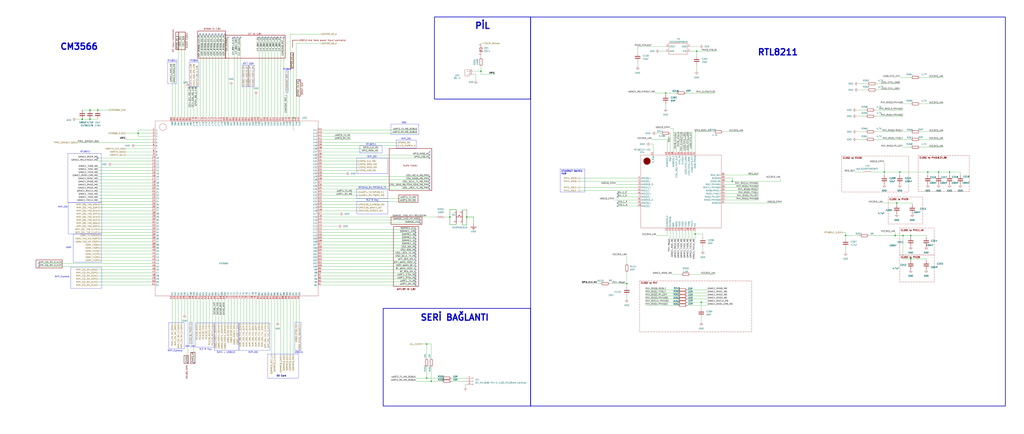
<source format=kicad_sch>
(kicad_sch (version 20231120) (generator "eeschema") (generator_version "8.0")
  (paper "User" 838.2 355.6)
  (junction (at 393.7 58.3465))
  (junction (at 73.66 90.17))
  (junction (at 240.03 96.52))
  (junction (at 734.06 166.37))
  (junction (at 67.31 97.79))
  (junction (at 739.14 193.04))
  (junction (at 349.25 281.94))
  (junction (at 736.6 140.97))
  (junction (at 80.01 90.17))
  (junction (at 574.04 247.65))
  (junction (at 745.49 193.04))
  (junction (at 382.016 177.8))
  (junction (at 768.35 140.97))
  (junction (at 73.66 97.79))
  (junction (at 732.79 193.04))
  (junction (at 570.23 41.91))
  (junction (at 759.46 140.97))
  (junction (at 692.15 193.04))
  (junction (at 113.03 109.22))
  (junction (at 568.96 191.77))
  (junction (at 353.06 312.42))
  (junction (at 745.49 212.09))
  (junction (at 368.3 177.8))
  (junction (at 349.25 309.88))
  (junction (at 599.44 148.59))
  (junction (at 513.08 232.41))
  (junction (at 544.83 76.2))
  (junction (at 777.24 140.97))
  (junction (at 723.9 140.97))
  (no_connect (at 340.36 223.52))
  (no_connect (at 340.36 208.28))
  (no_connect (at 505.46 161.29))
  (no_connect (at 181.61 27.94))
  (no_connect (at 351.79 124.46))
  (no_connect (at 340.36 231.14))
  (no_connect (at 344.17 180.34))
  (no_connect (at 340.36 205.74))
  (no_connect (at 168.91 27.94))
  (no_connect (at 351.79 144.78))
  (no_connect (at 173.99 27.94))
  (no_connect (at 166.37 27.94))
  (no_connect (at 351.79 152.4))
  (no_connect (at 31.75 215.9))
  (no_connect (at 340.36 226.06))
  (no_connect (at 351.79 154.94))
  (no_connect (at 505.46 168.91))
  (no_connect (at 340.36 190.5))
  (no_connect (at 214.63 30.48))
  (no_connect (at 176.53 27.94))
  (no_connect (at 179.07 27.94))
  (no_connect (at 351.79 127))
  (no_connect (at 240.03 44.45))
  (no_connect (at 340.36 213.36))
  (no_connect (at 340.36 215.9))
  (no_connect (at 340.36 210.82))
  (no_connect (at 340.36 200.66))
  (no_connect (at 191.77 30.48))
  (no_connect (at 153.67 297.18))
  (no_connect (at 351.79 129.54))
  (no_connect (at 344.17 182.88))
  (no_connect (at 222.25 30.48))
  (no_connect (at 224.79 30.48))
  (no_connect (at 340.36 203.2))
  (no_connect (at 186.69 30.48))
  (no_connect (at 351.79 147.32))
  (no_connect (at 340.36 233.68))
  (no_connect (at 351.79 149.86))
  (no_connect (at 340.36 195.58))
  (no_connect (at 196.85 30.48))
  (no_connect (at 229.87 30.48))
  (no_connect (at 80.01 129.54))
  (no_connect (at 340.36 228.6))
  (no_connect (at 184.15 27.94))
  (no_connect (at 340.36 187.96))
  (no_connect (at 232.41 30.48))
  (no_connect (at 340.36 218.44))
  (no_connect (at 194.31 30.48))
  (no_connect (at 171.45 27.94))
  (no_connect (at 219.71 30.48))
  (no_connect (at 163.83 27.94))
  (no_connect (at 31.75 218.44))
  (no_connect (at 158.75 297.18))
  (no_connect (at 505.46 158.75))
  (no_connect (at 217.17 30.48))
  (no_connect (at 340.36 198.12))
  (no_connect (at 340.36 220.98))
  (no_connect (at 227.33 30.48))
  (no_connect (at 245.11 66.04))
  (no_connect (at 505.46 166.37))
  (no_connect (at 340.36 193.04))
  (no_connect (at 212.09 30.48))
  (wire (pts (xy 474.98 146.05) (xy 521.97 146.05)))
  (wire (pts (xy 262.89 137.16) (xy 293.37 137.16)))
  (wire (pts (xy 386.8705 58.3465) (xy 393.7 58.3465)))
  (wire (pts (xy 168.91 36.83) (xy 168.91 96.52)))
  (wire (pts (xy 638.81 146.05) (xy 638.81 148.59)))
  (wire (pts (xy 734.06 166.37) (xy 734.06 167.64)))
  (wire (pts (xy 556.26 195.58) (xy 556.26 189.23)))
  (wire (pts (xy 745.49 193.04) (xy 745.49 194.31)))
  (wire (pts (xy 736.6 140.97) (xy 736.6 143.51)))
  (wire (pts (xy 739.14 95.25) (xy 716.28 95.25)))
  (wire (pts (xy 701.04 107.95) (xy 708.66 107.95)))
  (wire (pts (xy 736.6 63.5) (xy 745.49 63.5)))
  (wire (pts (xy 191.77 30.48) (xy 191.77 96.52)))
  (wire (pts (xy 81.28 172.72) (xy 124.46 172.72)))
  (wire (pts (xy 81.28 187.96) (xy 124.46 187.96)))
  (wire (pts (xy 173.99 34.29) (xy 173.99 96.52)))
  (wire (pts (xy 166.37 38.1) (xy 166.37 96.52)))
  (wire (pts (xy 214.63 245.11) (xy 214.63 265.43)))
  (wire (pts (xy 146.05 265.43) (xy 146.05 245.11)))
  (wire (pts (xy 171.4476 35.56) (xy 171.45 35.56)))
  (wire (pts (xy 521.97 54.61) (xy 521.97 50.8)))
  (wire (pts (xy 140.97 265.43) (xy 140.97 245.11)))
  (wire (pts (xy 349.25 281.94) (xy 349.25 293.37)))
  (wire (pts (xy 638.81 148.59) (xy 599.44 148.59)))
  (wire (pts (xy 81.28 170.18) (xy 124.46 170.18)))
  (wire (pts (xy 568.96 191.77) (xy 568.96 195.58)))
  (wire (pts (xy 262.89 109.22) (xy 341.63 109.22)))
  (wire (pts (xy 369.57 312.42) (xy 382.27 312.42)))
  (polyline (pts (xy 239.4435 33.02) (xy 243.84 33.02)) (stroke (width 0.3048) (color 132 0 0 1)))
  (wire (pts (xy 702.31 68.58) (xy 709.93 68.58)))
  (wire (pts (xy 381 314.96) (xy 381 317.5)))
  (wire (pts (xy 551.18 195.58) (xy 551.18 189.23)))
  (wire (pts (xy 84.3603 210.8182) (xy 84.3603 210.82)))
  (wire (pts (xy 717.55 68.58) (xy 736.6 68.58)))
  (wire (pts (xy 232.41 290.83) (xy 232.41 245.11)))
  (wire (pts (xy 80.01 226.06) (xy 124.46 226.06)))
  (wire (pts (xy 739.14 193.04) (xy 739.14 212.09)))
  (wire (pts (xy 80.01 139.7) (xy 124.46 139.7)))
  (wire (pts (xy 84.3603 210.82) (xy 124.46 210.82)))
  (wire (pts (xy 562.61 245.11) (xy 579.12 245.11)))
  (wire (pts (xy 599.44 146.05) (xy 593.09 146.05)))
  (wire (pts (xy 262.89 182.88) (xy 344.17 182.88)))
  (wire (pts (xy 240.03 106.68) (xy 240.03 96.52)))
  (wire (pts (xy 63.5 116.84) (xy 124.46 116.84)))
  (wire (pts (xy 242.57 35.56) (xy 242.57 96.52)))
  (wire (pts (xy 83.0903 213.36) (xy 124.46 213.36)))
  (wire (pts (xy 745.49 85.09) (xy 739.14 85.09)))
  (wire (pts (xy 739.14 193.04) (xy 745.49 193.04)))
  (wire (pts (xy 353.06 281.94) (xy 349.25 281.94)))
  (wire (pts (xy 772.16 114.3) (xy 753.11 114.3)))
  (wire (pts (xy 739.14 212.09) (xy 745.49 212.09)))
  (wire (pts (xy 373.38 171.704) (xy 373.38 172.72)) (stroke (width 0.254)))
  (wire (pts (xy 528.32 245.11) (xy 554.99 245.11)))
  (wire (pts (xy 148.59 265.43) (xy 148.59 245.11)))
  (wire (pts (xy 80.01 149.86) (xy 124.46 149.86)))
  (wire (pts (xy 777.24 140.97) (xy 786.13 140.97)))
  (wire (pts (xy 563.88 195.58) (xy 563.88 189.23)))
  (wire (pts (xy 575.31 191.77) (xy 568.96 191.77)))
  (wire (pts (xy 262.89 147.32) (xy 351.79 147.32)))
  (wire (pts (xy 561.34 195.58) (xy 561.34 189.23)))
  (wire (pts (xy 378.46 171.958) (xy 378.46 172.72)) (stroke (width 0.254)))
  (wire (pts (xy 572.77 38.1) (xy 565.15 38.1)))
  (wire (pts (xy 262.89 116.84) (xy 325.12 116.84)))
  (wire (pts (xy 217.17 245.11) (xy 217.17 265.43)))
  (wire (pts (xy 505.46 161.29) (xy 521.97 161.29)))
  (wire (pts (xy 237.49 290.83) (xy 237.49 245.11)))
  (wire (pts (xy 621.03 151.13) (xy 593.09 151.13)))
  (wire (pts (xy 563.88 107.95) (xy 563.88 124.46)))
  (wire (pts (xy 262.89 215.9) (xy 340.36 215.9)))
  (wire (pts (xy 113.03 109.22) (xy 124.46 109.22)))
  (wire (pts (xy 184.1476 29.21) (xy 184.15 29.21)))
  (wire (pts (xy 86.9003 205.7382) (xy 86.9003 205.74)))
  (wire (pts (xy 536.7376 109.22) (xy 541.02 109.22)))
  (wire (pts (xy 181.61 245.11) (xy 181.61 265.43)))
  (wire (pts (xy 91.9803 195.58) (xy 124.46 195.58)))
  (wire (pts (xy 387.604 177.8) (xy 382.016 177.8)) (stroke (width 0.254)))
  (wire (pts (xy 287.02 111.76) (xy 262.89 111.76)))
  (wire (pts (xy 80.01 233.68) (xy 124.46 233.68)))
  (wire (pts (xy 353.06 300.99) (xy 353.06 312.42)))
  (wire (pts (xy 80.01 154.94) (xy 124.46 154.94)))
  (wire (pts (xy 521.97 43.18) (xy 521.97 38.1)))
  (wire (pts (xy 562.61 247.65) (xy 574.04 247.65)))
  (wire (pts (xy 262.89 180.34) (xy 344.17 180.34)))
  (wire (pts (xy 199.39 71.12) (xy 199.39 96.52)))
  (wire (pts (xy 262.89 195.58) (xy 340.36 195.58)))
  (wire (pts (xy 546.1 124.46) (xy 546.1 114.3)))
  (wire (pts (xy 736.6 140.97) (xy 759.46 140.97)))
  (wire (pts (xy 556.26 107.95) (xy 556.26 124.46)))
  (wire (pts (xy 81.8203 193.0382) (xy 93.2503 193.0382)))
  (wire (pts (xy 262.89 190.5) (xy 340.36 190.5)))
  (wire (pts (xy 163.83 27.94) (xy 163.83 96.52)))
  (wire (pts (xy 568.96 189.23) (xy 568.96 191.77)))
  (wire (pts (xy 505.46 166.37) (xy 521.97 166.37)))
  (wire (pts (xy 309.88 124.46) (xy 262.89 124.46)))
  (wire (pts (xy 80.01 132.08) (xy 124.46 132.08)))
  (wire (pts (xy 173.9876 34.29) (xy 173.99 34.29)))
  (wire (pts (xy 262.89 162.56) (xy 340.36 162.56)))
  (wire (pts (xy 574.04 247.65) (xy 574.04 252.73)))
  (wire (pts (xy 156.21 71.12) (xy 156.21 96.52)))
  (wire (pts (xy 474.98 153.67) (xy 521.97 153.67)))
  (wire (pts (xy 262.89 210.82) (xy 340.36 210.82)))
  (wire (pts (xy 262.89 205.74) (xy 340.36 205.74)))
  (wire (pts (xy 528.32 250.19) (xy 554.99 250.19)))
  (wire (pts (xy 389.4105 60.96) (xy 386.8705 60.96)))
  (wire (pts (xy 229.87 30.48) (xy 229.87 96.52)))
  (wire (pts (xy 262.89 132.08) (xy 293.37 132.08)))
  (wire (pts (xy 692.15 203.2) (xy 692.15 207.01)))
  (wire (pts (xy 245.11 66.04) (xy 245.11 96.52)))
  (wire (pts (xy 80.01 90.17) (xy 88.9 90.17)))
  (wire (pts (xy 535.94 76.2) (xy 544.83 76.2)))
  (wire (pts (xy 240.03 290.83) (xy 240.03 245.11)))
  (wire (pts (xy 570.23 41.91) (xy 586.74 41.91)))
  (wire (pts (xy 81.8203 203.1982) (xy 88.1703 203.1982)))
  (wire (pts (xy 262.89 213.36) (xy 340.36 213.36)))
  (wire (pts (xy 102.87 127) (xy 124.46 127)))
  (wire (pts (xy 621.03 143.51) (xy 593.09 143.51)))
  (wire (pts (xy 171.45 265.43) (xy 171.45 245.11)))
  (wire (pts (xy 204.47 71.12) (xy 204.47 96.52)))
  (wire (pts (xy 80.01 142.24) (xy 124.46 142.24)))
  (wire (pts (xy 548.64 105.41) (xy 551.18 105.41)))
  (wire (pts (xy 173.9876 28.1214) (xy 173.9876 34.29)))
  (wire (pts (xy 393.7 60.96) (xy 405.13 60.96)))
  (wire (pts (xy 224.79 30.48) (xy 224.79 96.52)))
  (wire (pts (xy 746.76 166.37) (xy 746.76 167.64)))
  (wire (pts (xy 262.89 226.06) (xy 340.36 226.06)))
  (polyline (pts (xy 239.4435 38.8443) (xy 239.4435 33.02)) (stroke (width 0.3048) (color 132 0 0 1)))
  (wire (pts (xy 81.28 180.34) (xy 124.46 180.34)))
  (wire (pts (xy 349.25 309.88) (xy 361.95 309.88)))
  (wire (pts (xy 212.09 30.48) (xy 212.09 96.52)))
  (wire (pts (xy 262.89 144.78) (xy 351.79 144.78)))
  (wire (pts (xy 368.3 171.704) (xy 368.3 177.8)) (stroke (width 0.254)))
  (wire (pts (xy 368.3 171.704) (xy 373.38 171.704)) (stroke (width 0.254)))
  (wire (pts (xy 113.03 106.68) (xy 124.46 106.68)))
  (wire (pts (xy 80.01 152.4) (xy 124.46 152.4)))
  (wire (pts (xy 575.31 201.93) (xy 575.31 205.74)))
  (wire (pts (xy 176.53 33.02) (xy 176.53 96.52)))
  (wire (pts (xy 293.37 170.18) (xy 262.89 170.18)))
  (wire (pts (xy 364.49 177.8) (xy 368.3 177.8)))
  (wire (pts (xy 739.14 120.65) (xy 745.49 120.65)))
  (wire (pts (xy 262.89 208.28) (xy 340.36 208.28)))
  (wire (pts (xy 222.25 30.48) (xy 222.25 96.52)))
  (wire (pts (xy 701.04 114.3) (xy 708.66 114.3)))
  (wire (pts (xy 262.89 231.14) (xy 340.36 231.14)))
  (wire (pts (xy 67.31 90.17) (xy 73.66 90.17)))
  (wire (pts (xy 80.01 129.54) (xy 124.46 129.54)))
  (wire (pts (xy 351.79 127) (xy 262.89 127)))
  (wire (pts (xy 262.89 200.66) (xy 340.36 200.66)))
  (wire (pts (xy 758.19 212.09) (xy 758.19 213.36)))
  (wire (pts (xy 353.06 312.42) (xy 361.95 312.42)))
  (wire (pts (xy 745.49 212.09) (xy 758.19 212.09)))
  (wire (pts (xy 566.42 107.95) (xy 566.42 124.46)))
  (wire (pts (xy 562.61 242.57) (xy 579.12 242.57)))
  (wire (pts (xy 528.32 247.65) (xy 554.99 247.65)))
  (wire (pts (xy 549.91 224.79) (xy 557.53 224.79)))
  (wire (pts (xy 90.7103 198.1182) (xy 90.7103 198.12)))
  (wire (pts (xy 179.07 245.11) (xy 179.07 265.43)))
  (wire (pts (xy 262.89 175.26) (xy 278.13 175.26)))
  (wire (pts (xy 153.67 71.12) (xy 153.67 96.52)))
  (wire (pts (xy 143.51 265.43) (xy 143.51 245.11)))
  (wire (pts (xy 758.19 193.04) (xy 758.19 194.31)))
  (wire (pts (xy 692.15 193.04) (xy 703.58 193.04)))
  (wire (pts (xy 262.89 27.94) (xy 237.49 27.94)))
  (wire (pts (xy 217.17 30.48) (xy 217.17 96.52)))
  (wire (pts (xy 513.08 209.55) (xy 513.08 215.9)))
  (wire (pts (xy 768.35 140.97) (xy 768.35 143.51)))
  (wire (pts (xy 382.016 177.8) (xy 382.016 184.404)) (stroke (width 0.254)))
  (wire (pts (xy 89.4403 200.6582) (xy 89.4403 200.66)))
  (wire (pts (xy 262.89 142.24) (xy 283.21 142.24)))
  (wire (pts (xy 562.61 250.19) (xy 579.12 250.19)))
  (wire (pts (xy 405.13 60.8865) (xy 405.13 60.96)))
  (wire (pts (xy 732.79 193.04) (xy 739.14 193.04)))
  (wire (pts (xy 262.89 119.38) (xy 325.12 119.38)))
  (wire (pts (xy 772.16 107.95) (xy 753.11 107.95)))
  (wire (pts (xy 237.49 27.94) (xy 237.49 96.52)))
  (wire (pts (xy 81.8203 208.2782) (xy 85.6303 208.2782)))
  (wire (pts (xy 80.01 147.32) (xy 124.46 147.32)))
  (wire (pts (xy 369.57 309.88) (xy 382.27 309.88)))
  (wire (pts (xy 692.15 193.04) (xy 692.15 195.58)))
  (wire (pts (xy 745.49 193.04) (xy 758.19 193.04)))
  (wire (pts (xy 528.32 242.57) (xy 554.99 242.57)))
  (wire (pts (xy 171.45 35.56) (xy 171.45 96.52)))
  (wire (pts (xy 768.35 140.97) (xy 777.24 140.97)))
  (wire (pts (xy 240.03 44.45) (xy 240.03 96.52)))
  (wire (pts (xy 621.03 158.75) (xy 593.09 158.75)))
  (wire (pts (xy 166.3676 38.1) (xy 166.37 38.1)))
  (wire (pts (xy 80.01 220.98) (xy 124.46 220.98)))
  (wire (pts (xy 389.4105 66.04) (xy 389.4105 60.96)))
  (wire (pts (xy 81.8203 195.5782) (xy 91.9803 195.5782)))
  (wire (pts (xy 166.37 265.43) (xy 166.37 245.11)))
  (wire (pts (xy 293.37 172.72) (xy 262.89 172.72)))
  (wire (pts (xy 102.87 124.46) (xy 124.46 124.46)))
  (wire (pts (xy 513.08 232.41) (xy 513.08 223.52)))
  (wire (pts (xy 393.7 46.9165) (xy 393.7 45.6465)))
  (wire (pts (xy 621.03 161.29) (xy 593.09 161.29)))
  (wire (pts (xy 544.83 76.2) (xy 553.72 76.2)))
  (wire (pts (xy 181.6076 30.48) (xy 181.61 30.48)))
  (wire (pts (xy 189.23 69.85) (xy 189.23 96.52)))
  (wire (pts (xy 189.23 265.43) (xy 189.23 245.11)))
  (wire (pts (xy 207.01 71.12) (xy 207.01 96.52)))
  (wire (pts (xy 224.79 290.83) (xy 224.79 245.11)))
  (wire (pts (xy 558.8 195.58) (xy 558.8 189.23)))
  (wire (pts (xy 562.61 240.03) (xy 579.12 240.03)))
  (wire (pts (xy 80.01 137.16) (xy 124.46 137.16)))
  (wire (pts (xy 262.89 152.4) (xy 351.79 152.4)))
  (wire (pts (xy 163.83 265.43) (xy 163.83 245.11)))
  (wire (pts (xy 534.67 118.11) (xy 532.13 118.11)))
  (wire (pts (xy 93.2503 193.0382) (xy 93.2503 193.04)))
  (wire (pts (xy 504.19 151.13) (xy 521.97 151.13)))
  (wire (pts (xy 156.21 265.43) (xy 156.21 245.11)))
  (wire (pts (xy 207.01 245.11) (xy 207.01 265.43)))
  (wire (pts (xy 262.89 228.6) (xy 340.36 228.6)))
  (wire (pts (xy 591.82 107.95) (xy 608.33 107.95)))
  (wire (pts (xy 340.36 309.88) (xy 349.25 309.88)))
  (wire (pts (xy 772.16 63.5) (xy 753.11 63.5)))
  (wire (pts (xy 232.41 30.48) (xy 232.41 96.52)))
  (wire (pts (xy 191.77 265.43) (xy 191.77 245.11)))
  (wire (pts (xy 73.66 90.17) (xy 80.01 90.17)))
  (wire (pts (xy 716.28 114.3) (xy 745.49 114.3)))
  (wire (pts (xy 513.08 242.57) (xy 513.08 245.11)))
  (wire (pts (xy 513.08 232.41) (xy 513.08 234.95)))
  (wire (pts (xy 548.64 109.22) (xy 548.64 124.46)))
  (wire (pts (xy 62.23 97.79) (xy 67.31 97.79)))
  (wire (pts (xy 599.44 148.59) (xy 593.09 148.59)))
  (wire (pts (xy 368.3 177.8) (xy 368.3 184.15)) (stroke (width 0.254)))
  (wire (pts (xy 113.03 109.22) (xy 113.03 106.68)))
  (wire (pts (xy 568.96 107.95) (xy 584.2 107.95)))
  (wire (pts (xy 759.46 140.97) (xy 768.35 140.97)))
  (wire (pts (xy 91.44 134.62) (xy 124.46 134.62)))
  (wire (pts (xy 158.75 71.12) (xy 158.75 96.52)))
  (wire (pts (xy 153.67 245.11) (xy 153.67 297.18)))
  (wire (pts (xy 168.9076 28.1214) (xy 168.9076 36.83)))
  (wire (pts (xy 81.28 175.26) (xy 124.46 175.26)))
  (wire (pts (xy 89.4403 200.66) (xy 124.46 200.66)))
  (wire (pts (xy 234.95 290.83) (xy 234.95 245.11)))
  (wire (pts (xy 161.29 71.12) (xy 161.29 96.52)))
  (wire (pts (xy 570.23 58.42) (xy 570.23 53.34)))
  (wire (pts (xy 93.2503 193.04) (xy 124.46 193.04)))
  (wire (pts (xy 621.03 163.83) (xy 593.09 163.83)))
  (wire (pts (xy 499.11 232.41) (xy 513.08 232.41)))
  (wire (pts (xy 262.89 220.98) (xy 340.36 220.98)))
  (wire (pts (xy 212.09 245.11) (xy 212.09 265.43)))
  (wire (pts (xy 171.4476 28.1214) (xy 171.4476 35.56)))
  (wire (pts (xy 568.96 107.95) (xy 568.96 124.46)))
  (wire (pts (xy 140.97 52.07) (xy 140.97 96.52)))
  (wire (pts (xy 753.11 120.65) (xy 772.16 120.65)))
  (wire (pts (xy 570.23 41.91) (xy 565.15 41.91)))
  (wire (pts (xy 67.31 97.79) (xy 73.66 97.79)))
  (wire (pts (xy 759.46 140.97) (xy 759.46 143.51)))
  (wire (pts (xy 80.01 165.1) (xy 124.46 165.1)))
  (wire (pts (xy 214.63 30.48) (xy 214.63 96.52)))
  (wire (pts (xy 396.24 35.4865) (xy 393.7 35.4865)))
  (wire (pts (xy 80.01 157.48) (xy 124.46 157.48)))
  (wire (pts (xy 31.75 218.44) (xy 124.46 218.44)))
  (wire (pts (xy 194.31 30.48) (xy 194.31 96.52)))
  (wire (pts (xy 309.88 121.92) (xy 262.89 121.92)))
  (wire (pts (xy 110.49 119.38) (xy 124.46 119.38)))
  (wire (pts (xy 546.1 193.04) (xy 537.21 193.04)))
  (wire (pts (xy 502.92 163.83) (xy 521.97 163.83)))
  (wire (pts (xy 621.03 156.21) (xy 593.09 156.21)))
  (wire (pts (xy 553.72 195.58) (xy 553.72 189.23)))
  (wire (pts (xy 85.6303 208.28) (xy 124.46 208.28)))
  (wire (pts (xy 382.27 314.96) (xy 381 314.96)))
  (wire (pts (xy 262.89 198.12) (xy 340.36 198.12)))
  (wire (pts (xy 81.8203 205.7382) (xy 86.9003 205.7382)))
  (wire (pts (xy 723.9 140.97) (xy 723.9 133.35)))
  (wire (pts (xy 562.61 237.49) (xy 579.12 237.49)))
  (wire (pts (xy 90.7103 198.12) (xy 124.46 198.12)))
  (wire (pts (xy 262.89 165.1) (xy 340.36 165.1)))
  (wire (pts (xy 81.8203 198.1182) (xy 90.7103 198.1182)))
  (wire (pts (xy 262.89 134.62) (xy 293.37 134.62)))
  (wire (pts (xy 702.31 73.66) (xy 709.93 73.66)))
  (wire (pts (xy 91.9803 195.5782) (xy 91.9803 195.58)))
  (wire (pts (xy 146.05 29.21) (xy 146.05 96.52)))
  (wire (pts (xy 81.28 182.88) (xy 124.46 182.88)))
  (wire (pts (xy 184.15 29.21) (xy 184.15 96.52)))
  (wire (pts (xy 351.79 154.94) (xy 262.89 154.94)))
  (wire (pts (xy 474.98 148.59) (xy 521.97 148.59)))
  (wire (pts (xy 505.46 168.91) (xy 521.97 168.91)))
  (wire (pts (xy 640.08 166.37) (xy 593.09 166.37)))
  (wire (pts (xy 245.11 265.43) (xy 245.11 245.11)))
  (wire (pts (xy 732.79 193.04) (xy 732.79 190.5)))
  (wire (pts (xy 474.98 156.21) (xy 521.97 156.21)))
  (wire (pts (xy 262.89 106.68) (xy 341.63 106.68)))
  (wire (pts (xy 585.47 76.2) (xy 561.34 76.2)))
  (wire (pts (xy 566.42 195.58) (xy 566.42 189.23)))
  (wire (pts (xy 166.3676 28.1214) (xy 166.3676 38.1)))
  (wire (pts (xy 561.34 107.95) (xy 561.34 124.46)))
  (wire (pts (xy 699.77 140.97) (xy 706.12 140.97)))
  (wire (pts (xy 534.67 124.46) (xy 534.67 118.11)))
  (wire (pts (xy 88.1703 203.1982) (xy 88.1703 203.2)))
  (wire (pts (xy 368.3 184.15) (xy 373.38 184.15)) (stroke (width 0.254)))
  (wire (pts (xy 179.0676 31.75) (xy 179.07 31.75)))
  (wire (pts (xy 539.75 41.91) (xy 544.83 41.91)))
  (wire (pts (xy 80.01 231.14) (xy 124.46 231.14)))
  (wire (pts (xy 176.5276 28.1214) (xy 176.5276 33.02)))
  (wire (pts (xy 378.46 184.404) (xy 378.46 182.88)) (stroke (width 0.254)))
  (wire (pts (xy 196.85 30.48) (xy 196.85 96.52)))
  (wire (pts (xy 689.61 190.5) (xy 692.15 190.5)))
  (wire (pts (xy 151.13 29.21) (xy 151.13 96.52)))
  (wire (pts (xy 80.01 144.78) (xy 124.46 144.78)))
  (wire (pts (xy 184.1476 28.1214) (xy 184.1476 29.21)))
  (wire (pts (xy 168.91 265.43) (xy 168.91 245.11)))
  (wire (pts (xy 353.06 293.37) (xy 353.06 281.94)))
  (wire (pts (xy 551.18 105.41) (xy 551.18 124.46)))
  (wire (pts (xy 351.79 129.54) (xy 262.89 129.54)))
  (wire (pts (xy 31.75 215.9) (xy 124.46 215.9)))
  (wire (pts (xy 382.016 184.404) (xy 378.46 184.404)) (stroke (width 0.254)))
  (wire (pts (xy 701.04 95.25) (xy 708.66 95.25)))
  (wire (pts (xy 88.1703 203.2) (xy 124.46 203.2)))
  (wire (pts (xy 373.38 184.15) (xy 373.38 182.88)) (stroke (width 0.254)))
  (wire (pts (xy 574.04 247.65) (xy 579.12 247.65)))
  (wire (pts (xy 179.0676 28.1214) (xy 179.0676 31.75)))
  (wire (pts (xy 219.71 30.48) (xy 219.71 96.52)))
  (wire (pts (xy 83.0903 213.3582) (xy 83.0903 213.36)))
  (wire (pts (xy 81.8203 210.8182) (xy 84.3603 210.8182)))
  (wire (pts (xy 505.46 158.75) (xy 521.97 158.75)))
  (wire (pts (xy 262.89 187.96) (xy 340.36 187.96)))
  (wire (pts (xy 574.04 260.35) (xy 574.04 264.16)))
  (wire (pts (xy 393.7 54.5365) (xy 393.7 58.3465)))
  (wire (pts (xy 262.89 149.86) (xy 351.79 149.86)))
  (wire (pts (xy 722.63 166.37) (xy 734.06 166.37)))
  (wire (pts (xy 80.01 162.56) (xy 124.46 162.56)))
  (wire (pts (xy 262.89 157.48) (xy 293.37 157.48)))
  (wire (pts (xy 113.03 111.76) (xy 124.46 111.76)))
  (wire (pts (xy 81.28 167.64) (xy 124.46 167.64)))
  (wire (pts (xy 229.87 290.83) (xy 229.87 245.11)))
  (wire (pts (xy 80.01 223.52) (xy 124.46 223.52)))
  (wire (pts (xy 544.83 88.9) (xy 544.83 85.09)))
  (wire (pts (xy 199.39 245.11) (xy 199.39 265.43)))
  (wire (pts (xy 81.28 190.5) (xy 124.46 190.5)))
  (wire (pts (xy 340.36 312.42) (xy 353.06 312.42)))
  (wire (pts (xy 86.9003 205.74) (xy 124.46 205.74)))
  (wire (pts (xy 287.02 114.3) (xy 262.89 114.3)))
  (wire (pts (xy 553.72 107.95) (xy 553.72 124.46)))
  (wire (pts (xy 717.55 73.66) (xy 736.6 73.66)))
  (wire (pts (xy 176.53 245.11) (xy 176.53 265.43)))
  (wire (pts (xy 262.89 160.02) (xy 293.37 160.02)))
  (wire (pts (xy 227.33 30.48) (xy 227.33 96.52)))
  (wire (pts (xy 176.5276 33.02) (xy 176.53 33.02)))
  (wire (pts (xy 772.16 85.09) (xy 753.11 85.09)))
  (wire (pts (xy 382.016 171.958) (xy 378.46 171.958)) (stroke (width 0.254)))
  (wire (pts (xy 81.8203 213.3582) (xy 83.0903 213.3582)))
  (wire (pts (xy 80.01 228.6) (xy 124.46 228.6)))
  (wire (pts (xy 701.04 90.17) (xy 708.66 90.17)))
  (wire (pts (xy 745.49 212.09) (xy 745.49 213.36)))
  (wire (pts (xy 143.51 52.07) (xy 143.51 96.52)))
  (wire (pts (xy 102.87 109.22) (xy 113.03 109.22)))
  (wire (pts (xy 262.89 193.04) (xy 340.36 193.04)))
  (wire (pts (xy 528.32 240.03) (xy 554.99 240.03)))
  (wire (pts (xy 546.1 114.3) (xy 533.4 114.3)))
  (wire (pts (xy 151.13 245.11) (xy 151.13 257.81)))
  (wire (pts (xy 544.83 76.2) (xy 544.83 77.47)))
  (wire (pts (xy 196.85 245.11) (xy 196.85 265.43)))
  (wire (pts (xy 777.24 140.97) (xy 777.24 143.51)))
  (wire (pts (xy 713.74 140.97) (xy 723.9 140.97)))
  (wire (pts (xy 181.61 30.48) (xy 181.61 96.52)))
  (wire (pts (xy 209.55 245.11) (xy 209.55 265.43)))
  (wire (pts (xy 262.89 203.2) (xy 340.36 203.2)))
  (wire (pts (xy 184.15 245.11) (xy 184.15 265.43)))
  (wire (pts (xy 161.29 265.43) (xy 161.29 245.11)))
  (wire (pts (xy 262.89 218.44) (xy 340.36 218.44)))
  (wire (pts (xy 692.15 190.5) (xy 692.15 193.04)))
  (wire (pts (xy 387.604 183.388) (xy 387.604 177.8)) (stroke (width 0.254)))
  (wire (pts (xy 168.9076 36.83) (xy 168.91 36.83)))
  (wire (pts (xy 262.89 35.56) (xy 242.57 35.56)))
  (wire (pts (xy 201.93 245.11) (xy 201.93 265.43)))
  (bus (pts (xy -8.2449 120.65) (xy -8.2449 120.6867)))
  (wire (pts (xy 73.66 97.79) (xy 80.01 97.79)))
  (wire (pts (xy 548.64 195.58) (xy 548.64 189.23)))
  (wire (pts (xy 621.03 153.67) (xy 593.09 153.67)))
  (wire (pts (xy 565.15 224.79) (xy 585.47 224.79)))
  (wire (pts (xy 222.25 245.11) (xy 222.25 290.83)))
  (wire (pts (xy 201.93 71.12) (xy 201.93 96.52)))
  (wire (pts (xy 234.95 74.93) (xy 234.95 96.52)))
  (wire (pts (xy 521.97 38.1) (xy 544.83 38.1)))
  (wire (pts (xy 558.8 107.95) (xy 558.8 124.46)))
  (wire (pts (xy 85.6303 208.2782) (xy 85.6303 208.28)))
  (wire (pts (xy 81.28 177.8) (xy 124.46 177.8)))
  (wire (pts (xy 393.7 60.96) (xy 393.7 58.3465)))
  (wire (pts (xy 262.89 223.52) (xy 340.36 223.52)))
  (wire (pts (xy 349.25 300.99) (xy 349.25 309.88)))
  (wire (pts (xy 528.32 237.49) (xy 554.99 237.49)))
  (wire (pts (xy 219.71 245.11) (xy 219.71 265.43)))
  (wire (pts (xy 158.75 245.11) (xy 158.75 297.18)))
  (wire (pts (xy 570.23 45.72) (xy 570.23 41.91)))
  (wire (pts (xy 293.37 139.7) (xy 262.89 139.7)))
  (wire (pts (xy 179.07 31.75) (xy 179.07 96.52)))
  (wire (pts (xy 786.13 140.97) (xy 786.13 143.51)))
  (wire (pts (xy 575.31 191.77) (xy 575.31 194.31)))
  (wire (pts (xy 209.55 77.47) (xy 209.55 96.52)))
  (wire (pts (xy 262.89 185.42) (xy 276.86 185.42)))
  (wire (pts (xy 102.87 121.92) (xy 124.46 121.92)))
  (wire (pts (xy 262.89 177.8) (xy 356.87 177.8)))
  (wire (pts (xy 80.01 160.02) (xy 124.46 160.02)))
  (wire (pts (xy 723.9 140.97) (xy 736.6 140.97)))
  (wire (pts (xy 102.87 114.3) (xy 124.46 114.3)))
  (wire (pts (xy 711.2 193.04) (xy 732.79 193.04)))
  (wire (pts (xy 113.03 109.22) (xy 113.03 111.76)))
  (wire (pts (xy 194.31 265.43) (xy 194.31 245.11)))
  (wire (pts (xy 173.99 265.43) (xy 173.99 245.11)))
  (wire (pts (xy 716.28 107.95) (xy 745.49 107.95)))
  (wire (pts (xy 204.47 245.11) (xy 204.47 265.43)))
  (wire (pts (xy 181.6076 28.1214) (xy 181.6076 30.48)))
  (wire (pts (xy 293.37 167.64) (xy 262.89 167.64)))
  (wire (pts (xy 723.9 140.97) (xy 723.9 143.51)))
  (wire (pts (xy 382.016 177.8) (xy 382.016 171.958)) (stroke (width 0.254)))
  (wire (pts (xy 546.1 189.23) (xy 546.1 193.04)))
  (wire (pts (xy 599.44 146.05) (xy 599.44 148.59)))
  (wire (pts (xy 227.33 245.11) (xy 227.33 264.16)))
  (wire (pts (xy 488.95 232.41) (xy 491.49 232.41)))
  (wire (pts (xy 81.8203 200.6582) (xy 89.4403 200.6582)))
  (wire (pts (xy 734.06 166.37) (xy 746.76 166.37)))
  (wire (pts (xy 262.89 233.68) (xy 340.36 233.68)))
  (wire (pts (xy 242.57 265.43) (xy 242.57 245.11)))
  (wire (pts (xy 148.59 29.21) (xy 148.59 96.52)))
  (wire (pts (xy 345.44 281.94) (xy 349.25 281.94)))
  (wire (pts (xy 739.14 90.17) (xy 716.28 90.17)))
  (wire (pts (xy 386.8705 58.3465) (xy 386.8705 58.42)))
  (wire (pts (xy 186.69 265.43) (xy 186.69 245.11)))
  (wire (pts (xy 186.69 30.48) (xy 186.69 96.52)))
  (wire (pts (xy 81.28 185.42) (xy 124.46 185.42)))
  (rectangle (start 184.655 28.8936) (end 233.4387 47.6896) (stroke (width 0.3048) (color 132 0 0 1)))
  (rectangle (start 154.94 264.16) (end 157.48 281.94))
  (rectangle (start 156.0197 288.7472) (end 159.6475 297.877) (stroke (width 0.3048) (color 132 0 0 1)))
  (rectangle (start 160.0229 264.7278) (end 175.2629 284.48))
  (rectangle (start 195.625 264.6478) (end 220.98 286.9998))
  (rectangle (start 237.9636 43.18) (end 240.3235 55.88) (stroke (width 0.3048) (color 132 0 0 1)))
  (rectangle (start 434.34 13.97) (end 822.96 332.74) (stroke (width 0.508)))
  (rectangle (start 146.3526 26.2499) (end 151.6732 40.64) (stroke (width 0.3048) (color 132 0 0 1)))
  (rectangle (start 324.2764 114.7279) (end 340.7221 121.2571))
  (rectangle (start 203.2 53.34) (end 208.28 71.12))
  (rectangle (start 150.6329 291.3096) (end 154.1889 297.9136) (stroke (width 0.3048) (color 132 0 0 1)))
  (rectangle (start 322.072 185.674) (end 342.646 234.696) (stroke (width 0.3048) (color 132 0 0 1)))
  (rectangle (start 241.3 264.16) (end 246.38 287.02))
  (rectangle (start 137.16 50.8) (end 144.78 68.58))
  (rectangle (start 57.8265 219.0054) (end 83.2265 236.22))
  (rectangle (start 320.04 101.6) (end 342.9 110.3095))
  (rectangle (start 294.64 119.38) (end 312.7234 125.4279))
  (rectangle (start 198.12 53.34) (end 203.2 71.12))
  (rectangle (start 326.443 159.7182) (end 342.163 165.8361) (stroke (width 0.3048) (color 132 0 0 1)))
  (rectangle (start 161.7956 25.4) (end 184.6556 47.7025) (stroke (width 0.3048) (color 132 0 0 1)))
  (rectangle (start 60.0435 191.7091) (end 82.9889 214.8958))
  (rectangle (start 175.26 264.668) (end 195.58 287.02))
  (rectangle (start 55.88 166.0672) (end 83.281 191.6623))
  (rectangle (start 320.04 177.8) (end 345.44 183.9179) (stroke (width 0.3048) (color 132 0 0 1)))
  (rectangle (start 55.626 125.73) (end 82.804 166.116))
  (rectangle (start 242.7438 65.3436) (end 246.0458 78.74) (stroke (width 0.3048) (color 132 0 0 1)))
  (rectangle (start 138.1244 264.3982) (end 150.8244 285.9882))
  (rectangle (start 154.94 50.8) (end 162.56 71.12))
  (rectangle (start 233.7606 58.056) (end 236.0466 75.836))
  (rectangle (start 292.1 129.54) (end 317.5 142.24))
  (rectangle (start 143.8579 26.2574) (end 146.3167 40.6437) (stroke (width 0.3048) (color 132 0 0 1)))
  (rectangle (start 313.69 252.73) (end 434.34 332.74) (stroke (width 0.508)))
  (rectangle (start 160.02 297.18) (end 160.02 297.18))
  (rectangle (start 29.4698 212.9278) (end 50.8764 219.5289) (stroke (width 0.3048) (color 132 0 0 1)))
  (rectangle (start 318.5308 121.6833) (end 353.4174 156.21) (stroke (width 0.3048) (color 132 0 0 1)))
  (rectangle (start 355.6 13.8965) (end 434.34 81.2065) (stroke (width 0.508)))
  (rectangle (start 292.1 154.94) (end 317.5 162.56))
  (rectangle (start 218.9998 290.1839) (end 244.3548 309.88))
  (rectangle (start 292.1 165.1) (end 317.5 175.26))
  (text_box "ETHERNET SWITCH HUB\n\n" (at 458.47 138.43 0) (size 20.32 19.05) (effects (font (size 1.27 1.27) (bold yes)) (justify left top)))
  (text_box "CLOSE to PIN30\n" (at 688.848 127.762 0) (size 54.864 29.464) (stroke (width 0) (type dash) (color 132 0 0 1)) (effects (font (size 1.27 1.27) (thickness 0.254) (bold yes)) (justify left top)))
  (text_box "CLOSE to PIN3,8,21,38\n\n" (at 751.586 127.508 0) (size 41.91 29.464) (stroke (width 0) (type dash) (color 132 0 0 1)) (effects (font (size 1.27 1.27) (thickness 0.254) (bold yes)) (justify left top)))
  (text_box "CLOSE to PIN28\n\n\n\n" (at 736.346 209.042 0) (size 28.448 22.098) (stroke (width 0) (type dash) (color 132 0 0 1)) (effects (font (size 1.27 1.27) (thickness 0.254) (bold yes)) (justify left top)))
  (text_box "CLOSE to PIN11,40\n\n\n\n" (at 736.346 186.944 0) (size 28.448 22.098) (stroke (width 0) (type dash) (color 132 0 0 1)) (effects (font (size 1.27 1.27) (thickness 0.254) (bold yes)) (justify left top)))
  (text_box "CLOSE to PHY\n\n\n\n\n" (at 523.494 230.124 0) (size 91.694 41.91) (stroke (width 0) (type dash) (color 132 0 0 1)) (effects (font (size 1.27 1.27) (thickness 0.254) (bold yes)) (justify left top)))
  (text_box "CLOSE to PIN29\n\n\n" (at 726.948 161.544 0) (size 28.448 22.098) (stroke (width 0) (type dash) (color 132 0 0 1)) (effects (font (size 1.27 1.27) (thickness 0.254) (bold yes)) (justify left top)))
  (text "MIPI_DSI\n" (at 207.264 288.798 0) (effects (font (size 1.27 1.27))))
  (text "RP2040_RX/RP2040_TX\n" (at 304.8 153.924 0) (effects (font (size 1.27 1.27))))
  (text "MIPI_DSI\n" (at 51.562 169.672 0) (effects (font (size 1.27 1.27))))
  (text "PİL" (at 394.97 21.2625 0) (effects (font (size 5.08 5.08) (bold yes))))
  (text "RTL8211\n" (at 141.224 49.784 0) (effects (font (size 1.27 1.27))))
  (text "RTL8211" (at 636.778 42.926 0) (effects (font (size 5.08 5.08) (bold yes))))
  (text "MIPI_DSI\n" (at 332.486 113.792 0) (effects (font (size 1.27 1.27))))
  (text "MIPI_Camera\n" (at 143.256 287.528 0) (effects (font (size 1.27 1.27))))
  (text "BT656 IO 1.8V" (at 173.736 23.876 0) (effects (font (size 1.27 1.27))))
  (text "RTL8211" (at 303.784 118.364 0) (effects (font (size 1.27 1.27))))
  (text "RTL8211\n" (at 69.85 124.46 0) (effects (font (size 1.27 1.27))))
  (text "AUDIO CODEC" (at 152.908 33.274 90) (effects (font (size 1.27 1.27))))
  (text "MIPI_Camera\n" (at 50.8 226.822 0) (effects (font (size 1.27 1.27))))
  (text "CIF IO 1.8V\n" (at 208.534 27.94 0) (effects (font (size 1.27 1.27))))
  (text "DBG\n" (at 330.708 100.584 0) (effects (font (size 1.27 1.27))))
  (text "SATA + USB2.0\n\n" (at 184.912 289.814 0) (effects (font (size 1.27 1.27))))
  (text "M2 input controller\n\n" (at 142.748 33.528 90) (effects (font (size 1.27 1.27))))
  (text "TP2855\n\n" (at 158.75 50.8 0) (effects (font (size 1.27 1.27))))
  (text "MIPI_DSI\n" (at 304.546 128.524 0) (effects (font (size 1.27 1.27))))
  (text "CM3566" (at 64.77 38.354 0) (effects (font (size 5.08 5.08) (bold yes))))
  (text "TP2855\n" (at 234.95 56.896 0) (effects (font (size 1.27 1.27))))
  (text "M.2 M Key" (at 304.8 164.084 0) (effects (font (size 1.27 1.27))))
  (text "Audio Codec " (at 336.296 135.89 0) (effects (font (size 1.27 1.27))))
  (text "MIPI_DSI" (at 155.702 283.972 0) (effects (font (size 1.27 1.27))))
  (text "WIFI/BT IO 1.8V\n" (at 332.486 237.236 0) (effects (font (size 1.27 1.27) (thickness 0.254) (bold yes))))
  (text "M.2 M Key" (at 168.148 286.258 0) (effects (font (size 1.27 1.27))))
  (text "SERİ BAĞLANTI " (at 374.142 260.35 0) (effects (font (size 5.08 5.08) (bold yes))))
  (text "SD Card" (at 230.378 308.102 0) (effects (font (size 1.27 1.27) (thickness 0.254) (bold yes))))
  (text "SPDIF-OUT\n" (at 247.396 72.644 90) (effects (font (size 1.27 1.27))))
  (text "USB2.0" (at 244.348 288.798 0) (effects (font (size 1.27 1.27))))
  (text "USB2.0 And Sata power input controller\n\n" (at 263.8275 34.2723 0) (effects (font (size 1.27 1.27))))
  (text "HDMI\n" (at 56.134 202.946 0) (effects (font (size 1.27 1.27))))
  (text "GSM\n" (at 205.74 52.324 0) (effects (font (size 1.27 1.27))))
  (text "WİFİ\n" (at 200.66 52.324 0) (effects (font (size 1.27 1.27))))
  (text "RS485/GPS\n" (at 152.908 305.054 90) (effects (font (size 1.27 1.27))))
  (label "VCC3V3_LAN" (at 533.4 114.3 180))
  (label "PHY_RXD2{slash}PLLOFF" (at 528.32 242.57 0))
  (label "BT_WAKE_HOST_H" (at 340.36 220.98 180))
  (label "SDMMC1_D2" (at 340.36 198.12 180))
  (label "GMAC1_TXD0_M0" (at 80.01 137.16 180))
  (label "CIF_8BIT_D5" (at 224.79 30.48 270))
  (label "PHY_CLKOUT125" (at 558.8 107.95 270))
  (label "I2S1_MCLK_M0_PMIC" (at 351.79 144.78 180))
  (label "VCC3V3_LAN" (at 732.79 190.5 180))
  (label "CAMERAF_RST_L" (at 234.95 77.47 270))
  (label "PHY_RXD0{slash}RXDLY" (at 739.14 107.95 180))
  (label "VOP_BT656_D3_M1" (at 173.9876 28.1214 270))
  (label "RXI_1_P" (at 505.46 158.75 0))
  (label "GMAC1_RXCLK_M0" (at 80.01 157.48 180))
  (label "VCC3V3_LAN" (at 722.63 166.37 180))
  (label "I2S2_SDO_M0" (at 340.36 205.74 180))
  (label "PHY_RXCLK{slash}PHYAD1" (at 528.32 247.65 0))
  (label "SATA0_TXP" (at 176.53 247.65 270))
  (label "GPIO4_B5_d_1V8" (at 161.29 71.12 270))
  (label "SDMMC1_CLK" (at 340.36 187.96 180))
  (label "PHY_RXD3{slash}PHYAD0" (at 528.32 245.11 0))
  (label "GPIO0_A5_d" (at 146.05 29.21 270))
  (label "CIF_8BIT_CLKIN" (at 191.77 30.48 270))
  (label "CIF_8BIT_D1" (at 214.63 30.48 270))
  (label "SDMMC1_CMD" (at 340.36 190.5 180))
  (label "VCC3V3_LAN" (at 513.08 209.55 180))
  (label "SATA0_RXP" (at 181.61 247.65 270))
  (label "PHY_RXD3{slash}PHYAD0" (at 739.14 85.09 180))
  (label "UART1_CTSn_M0" (at 340.36 226.06 180))
  (label "VOP_BT656_D7_M1" (at 184.1476 28.1214 270))
  (label "WIFI_WAKE_HOST_H" (at 340.36 215.9 180))
  (label "GMAC1_TXD0_M0" (at 563.88 195.58 270))
  (label "GMAC1_RXDV_CRS_M0" (at 579.12 250.19 0))
  (label "VCC3V3_LAN" (at 772.16 107.95 180))
  (label "GMAC1_MDIO_M0" (at 143.51 52.07 270))
  (label "GMAC1_MDIO_M0" (at 549.91 224.79 180))
  (label "LED2{slash}CFG_LDO1" (at 736.6 73.66 180))
  (label "LED0{slash}CFG_EXT" (at 566.42 107.95 270))
  (label "SDMMC1_D0" (at 340.36 193.04 180))
  (label "I2S1_SDO0_M0_PMIC" (at 351.79 147.32 180))
  (label "PHY_RXDV{slash}PHYAD2" (at 528.32 250.19 0))
  (label "UART5_RX_M1" (at 287.02 114.3 180))
  (label "PHY_RXD1{slash}TXDLY" (at 621.03 158.75 180))
  (label "UART2_TX_M0_DEBUG" (at 341.63 106.68 180))
  (label "SDMMC1_D3" (at 340.36 200.66 180))
  (label "VCC3V3_LAN" (at 772.16 114.3 180))
  (label "BT_REG_ON_H" (at 340.36 223.52 180))
  (label "I2S1_LRCK_TX_M0_PMIC" (at 351.79 154.94 180))
  (label "MIPI_CSI_RX_CLK1P" (at 31.75 218.44 0))
  (label "I2C4_SCL_M0_1V8" (at 156.21 71.12 270))
  (label "GMAC1_TXD2_M0" (at 80.01 160.02 180))
  (label "PHY_CLKOUT125" (at 585.47 76.2 180))
  (label "PHY_RXCLK{slash}PHYAD1" (at 739.14 90.17 180))
  (label "GMAC1_TXCLK_M0" (at 80.01 165.1 180))
  (label "VCC3V3_LAN" (at 585.47 224.79 180))
  (label "CIF_8BIT_D0" (at 212.09 30.48 270))
  (label "PMIC_32KOUT_SOC" (at 63.5 116.84 0))
  (label "VCC3V3_LAN" (at 772.16 85.09 180))
  (label "GMAC1_RXD1_M0" (at 80.01 147.32 180))
  (label "PHY_RXD2{slash}PLLOFF" (at 621.03 161.29 180))
  (label "TXO_1_N" (at 505.46 168.91 0))
  (label "I2S2_SDI_M0" (at 340.36 203.2 180))
  (label "I2S2_LRCK_TX_M0" (at 340.36 208.28 180))
  (label "UART2_TX_M0_DEBUG" (at 340.36 309.88 180))
  (label "GMAC1_TXEN_M0" (at 566.42 195.58 270))
  (label "UART1_RTSn_M0" (at 340.36 228.6 180))
  (label "WIFI_REG_ON_H" (at 340.36 213.36 180))
  (label "GMAC1_TXD1_M0" (at 80.01 139.7 180))
  (label "VCC3V3_LAN" (at 638.81 146.05 180))
  (label "CIF_CLKOUT" (at 186.69 30.48 270))
  (label "LED1{slash}CFG_LDO0" (at 563.88 107.95 270))
  (label "LED2{slash}CFG_LDO1" (at 561.34 107.95 270))
  (label "VCC3V3_LAN" (at 537.21 193.04 180))
  (label "UART2_RX_M0_DEBUG" (at 341.63 109.22 180))
  (label "UART1_TX_M0" (at 340.36 231.14 180))
  (label "PHY_RXDV{slash}PHYAD2" (at 621.03 153.67 180))
  (label "PHY_RXD0{slash}RXDLY" (at 528.32 237.49 0))
  (label "GMAC1_TXD1_M0" (at 561.34 195.58 270))
  (label "REG_OUT" (at 699.77 140.97 180))
  (label "RXI_1_N" (at 505.46 161.29 0))
  (label "GMAC1_MDIO_M0" (at 553.72 195.58 270))
  (label "GMAC1_TXCLK_M0" (at 568.96 195.58 270))
  (label "UART3_TX_M0" (at 340.36 162.56 180))
  (label "LED0{slash}CFG_EXT" (at 736.6 63.5 180))
  (label "PHY_RXD0{slash}RXDLY" (at 621.03 156.21 180))
  (label "SDMMC1_D1" (at 340.36 195.58 180))
  (label "CIF_8BIT_VSYNC" (at 196.85 30.48 270))
  (label "PHY0_XTALOUT" (at 533.4 38.1 180))
  (label "SPDIF_TX_M2" (at 245.11 66.04 270))
  (label "I2C1_SCL" (at 148.59 29.21 270))
  (label "VRTC" (at 405.13 60.8865 180) (effects (font (bold yes))))
  (label "VDD10_EPHY" (at 723.9 133.35 180))
  (label "GMAC1_RXD2_M0" (at 80.01 154.94 180))
  (label "GPIO0_A3_u" (at 240.03 44.45 270))
  (label "PHY-Reset" (at 511.81 232.41 180))
  (label "UART2_RX_M0_DEBUG" (at 340.36 312.42 180))
  (label "RSET" (at 548.64 111.76 270))
  (label "GMAC1_RXD3_M0" (at 80.01 152.4 180))
  (label "UART4_TX_M0" (at 288.29 157.48 180))
  (label "SATA0_RXN" (at 184.15 247.65 270))
  (label "CAMERAB_RST_L" (at 232.41 30.48 270))
  (label "CIF_8BIT_D2" (at 217.17 30.48 270))
  (label "TXO_1_P" (at 505.46 166.37 0))
  (label "GMAC1_RXD2_M0" (at 579.12 242.57 0))
  (label "LED1{slash}CFG_LDO0" (at 736.6 68.58 180))
  (label "PWM5" (at 153.67 297.18 90))
  (label "PWM3_IR" (at 158.75 297.18 90))
  (label "VCC3V3_LAN" (at 772.16 63.5 180))
  (label "UART5_TX_M1" (at 287.02 111.76 180))
  (label "VDD10_EPHY" (at 548.64 105.41 180))
  (label "SPI3_CLK_M1" (at 309.88 121.92 180))
  (label "SATA0_TXN" (at 179.07 247.65 270))
  (label "SARADC_VIN3" (at 344.17 182.88 180))
  (label "VDD10_EPHY" (at 504.19 151.13 180))
  (label "VCC3V3_LAN" (at 608.33 107.95 180))
  (label "PHY0_XTALIN" (at 556.26 107.95 270))
  (label "GMAC1_RXER_M0" (at 80.01 129.54 180))
  (label "SPI3_MOSI_M1" (at 582.023 107.95 180))
  (label "PHY_RXD3{slash}PHYAD0" (at 621.03 163.83 180))
  (label "VOP_BT656_CLK_M1" (at 163.83 28.1214 270))
  (label "SPI3_MOSI_M1" (at 309.88 124.46 180))
  (label "HOST_WAKE_BT_H" (at 340.36 218.44 180))
  (label "I2C4_SDA_M0_1V8" (at 158.75 71.12 270))
  (label "VOP_BT656_D4_M1" (at 176.5276 28.1214 270))
  (label "GMAC1_RXD0_M0" (at 80.01 149.86 180))
  (label "CIF_8BIT_D4" (at 222.25 30.48 270))
  (label "GMAC1_RXD1_M0" (at 579.12 240.03 0))
  (label "I2S2_SCLK_TX_M0" (at 340.36 210.82 180))
  (label "VRTC" (at 102.87 114.3 180) (effects (font (bold yes))))
  (label "PHY_RXDV{slash}PHYAD2" (at 739.14 95.25 180))
  (label "VOP_BT656_D2_M1" (at 171.4476 28.1214 270))
  (label "REG_OUT" (at 621.03 143.51 180))
  (label "GMAC1_TXEN_M0" (at 80.01 142.24 180))
  (label "GMAC1_RXD0_M0" (at 579.12 237.49 0))
  (label "GMAC1_MDC_M0" (at 140.97 52.07 270))
  (label "GMAC1_RXCLK_M0" (at 579.12 247.65 0))
  (label "PHY_RXD2{slash}PLLOFF" (at 739.14 120.65 180))
  (label "GMAC1_RXDV_CRS_M0" (at 80.01 144.78 180))
  (label "CIF_8BIT_HREF" (at 194.31 30.48 270))
  (label "CIF_8BIT_D3" (at 219.71 30.48 270))
  (label "GMAC1_MCLKINOUT_M0" (at 535.94 76.2 180))
  (label "GMAC1_TXD2_M0" (at 558.8 195.58 270))
  (label "GMAC1_TXD3_M0" (at 80.01 162.56 180))
  (label "I2S1_SCLK_TX_M0_PMIC" (at 351.79 149.86 180))
  (label "SPI3_MISO_M1" (at 351.79 127 180))
  (label "VOP_BT656_D1_M1" (at 168.9076 28.1214 270))
  (label "SPI3_CLK_M1" (at 488.95 232.41 180) (effects (font (bold yes))))
  (label "GMAC1_RXD3_M0" (at 579.12 245.11 0))
  (label "PHY0_XTALOUT" (at 553.72 107.95 270))
  (label "PHY_RXD1{slash}TXDLY" (at 739.14 114.3 180))
  (label "MIPI_CSI_RX_CLK1N" (at 31.75 215.9 0))
  (label "UART1_RX_M0" (at 340.36 233.68 180))
  (label "GMAC1_TXD3_M0" (at 556.26 195.58 270))
  (label "CIF_8BIT_D6" (at 227.33 30.48 270))
  (label "SPI3_CS0_M1" (at 351.79 129.54 180))
  (label "SARADC_VIN2_HP_HOOK" (at 344.17 180.34 180))
  (label "GMAC1_MCLKINOUT_M0" (at 80.01 132.08 180))
  (label "PHY0_XTALIN" (at 586.74 41.91 180))
  (label "SARADC_VIN0_KEY{slash}RECOVERY" (at 349.25 177.8 180))
  (label "VCC3V3_LAN" (at 772.16 120.65 180))
  (label "VDD10_EPHY" (at 502.92 163.83 180))
  (label "UART4_RX_M0" (at 288.29 160.02 180))
  (label "UART3_RX_M0" (at 340.36 165.1 180))
  (label "I2C1_SDA" (at 151.13 29.21 270))
  (label "PHY_RXD1{slash}TXDLY" (at 528.32 240.03 0))
  (label "VOP_BT656_D6_M1" (at 181.6076 28.1214 270))
  (label "VOP_BT656_D5_M1" (at 179.0676 28.1214 270))
  (label "PHY-Reset" (at 548.64 195.58 270))
  (label "VOP_BT656_D0_M1" (at 166.3676 28.1214 270))
  (label "I2S1_SDI0_M0{slash}PDM_SDI0_M0_PMIC" (at 351.79 152.4 180))
  (label "VDD10_EPHY" (at 640.08 166.37 180))
  (label "PHY_RXCLK{slash}PHYAD1" (at 621.03 151.13 180))
  (label "CIF_8BIT_D7" (at 229.87 30.48 270))
  (label "GMAC1_MDC_M0" (at 551.18 195.58 270))
  (hierarchical_label "MIPI_DSI_TX0_D2N" (shape output) (at 81.28 172.72 180))
  (hierarchical_label "MIPI_CSI_RX_CLK0P" (shape input) (at 148.59 265.43 270))
  (hierarchical_label "PHY1_MDI0-" (shape input) (at 474.98 148.59 180))
  (hierarchical_label "MIPI_DSI_TX1_D3N" (shape output) (at 212.09 265.43 270))
  (hierarchical_label "USB3_OTG0_DN" (shape input) (at 186.69 265.43 270))
  (hierarchical_label "PHY1_MDI0+" (shape input) (at 474.98 146.05 180))
  (hierarchical_label "MIPI_CSI_RX_D0N" (shape input) (at 140.97 265.43 270))
  (hierarchical_label "UART4_RX{slash}PWM1_M0" (shape input) (at 293.37 160.02 0))
  (hierarchical_label "MIPI_CSI_RX_D0P" (shape input) (at 143.51 265.43 270))
  (hierarchical_label "MIPI_DSI_TX0_D1N" (shape output) (at 81.28 177.8 180))
  (hierarchical_label "USB3_HOST1_DN" (shape input) (at 194.31 265.43 270))
  (hierarchical_label "SDMMC0_D3" (shape input) (at 232.41 290.83 270))
  (hierarchical_label "MIPI_CSI_RX_D1N" (shape input) (at 80.01 233.68 180))
  (hierarchical_label "I2C4_SDA_M0_1V8" (shape input) (at 158.75 71.12 90))
  (hierarchical_label "HDMITX_CEC_M0" (shape input) (at 102.87 121.92 180))
  (hierarchical_label "RTL8211_3.3V" (shape input) (at 689.61 190.5 180))
  (hierarchical_label "USB3_HOST1_SSTXN" (shape input) (at 179.07 265.43 270))
  (hierarchical_label "USB2_HOST2_DP" (shape input) (at 204.47 71.12 90))
  (hierarchical_label "HDMI_TX0P" (shape input) (at 81.8203 203.1982 180))
  (hierarchical_label "I2C4_SCL_M0_1V8" (shape input) (at 156.21 71.12 90))
  (hierarchical_label "USB3_HOST1_SSRXP" (shape input) (at 181.61 265.43 270))
  (hierarchical_label "PMIC_32KOUT_SOC" (shape input) (at 63.5 116.84 180))
  (hierarchical_label "HDMI_TXCLKP_PORT" (shape input) (at 81.8203 198.1182 180))
  (hierarchical_label "MIPI_DSI_TX0_CLKP" (shape output) (at 81.28 190.5 180))
  (hierarchical_label "USB3_OTG0_VBUSDET" (shape input) (at 245.11 265.43 270))
  (hierarchical_label "MIPI_DSI_TX1_D3P" (shape output) (at 214.63 265.43 270))
  (hierarchical_label "MIPI_DSI_TX0_D1P" (shape output) (at 81.28 180.34 180))
  (hierarchical_label "CM3566_3.3V" (shape input) (at 88.9 90.17 0))
  (hierarchical_label "PCIE20_TXP" (shape input) (at 168.91 265.43 270))
  (hierarchical_label "MIPI_DSI_TX1_CLKP" (shape output) (at 219.71 265.43 270))
  (hierarchical_label "SDMMC0_D1" (shape input) (at 237.49 290.83 270))
  (hierarchical_label "USB2_HOST3_DN" (shape input) (at 199.39 71.12 90))
  (hierarchical_label "USB2_HOST3_DP" (shape input) (at 201.93 71.12 90))
  (hierarchical_label "USB3_OTG0_ID" (shape input) (at 242.57 265.43 270))
  (hierarchical_label "HDMI_TX0N" (shape input) (at 81.8203 200.6582 180))
  (hierarchical_label "HDMI_TXCLKN_PORT" (shape input) (at 81.8203 195.5782 180))
  (hierarchical_label "ALL_3.3V" (shape input) (at 345.44 281.94 180))
  (hierarchical_label "MIPI_DSI_TX1_D0N" (shape output) (at 207.01 265.43 270))
  (hierarchical_label "SPI0_CLK_M0" (shape output) (at 293.37 132.08 0))
  (hierarchical_label "HDMI_TX1N" (shape input) (at 81.8203 205.7382 180))
  (hierarchical_label "GPIO4_B5_d_1V8" (shape input) (at 161.29 71.12 90))
  (hierarchical_label "USB3_OTG0_DP" (shape input) (at 189.23 265.43 270))
  (hierarchical_label "MIPI_DSI_TX1_CLKN" (shape output) (at 217.17 265.43 270))
  (hierarchical_label "PCIE20_WAKEn_M2" (shape input) (at 293.37 170.18 0))
  (hierarchical_label "CM3566_3.3V" (shape input) (at 102.87 109.22 180))
  (hierarchical_label "USB3_HOST1_SSTXP" (shape input) (at 176.53 265.43 270))
  (hierarchical_label "PCIE20_REFCLKN" (shape input) (at 173.99 265.43 270))
  (hierarchical_label "PCIE20_RXP" (shape input) (at 161.29 265.43 270))
  (hierarchical_label "MIPI_DSI_TX0_CLKN" (shape output) (at 81.28 187.96 180))
  (hierarchical_label "HDMITX_SCL" (shape input) (at 102.87 127 180))
  (hierarchical_label "HDMI_TX_HPDIN" (shape input) (at 81.8203 193.0382 180))
  (hierarchical_label "LCD0_BL_PWM4" (shape output) (at 156.21 265.43 270))
  (hierarchical_label "MIPI_CSI_RX_D3N" (shape input) (at 80.01 220.98 180))
  (hierarchical_label "HDMI_TX2P" (shape input) (at 81.8203 213.3582 180))
  (hierarchical_label "USB3_HOST1_DP" (shape input) (at 191.77 265.43 270))
  (hierarchical_label "PCIE20_REFCLKP" (shape input) (at 171.45 265.43 270))
  (hierarchical_label "SDMMC0_D0" (shape input) (at 240.03 290.83 270))
  (hierarchical_label "MIPI_DSI_TX0_D0N" (shape output) (at 81.28 182.88 180))
  (hierarchical_label "MIPI_CSI_RX_D2N" (shape input) (at 80.01 226.06 180))
  (hierarchical_label "UART4_TX{slash}GPIO0_C1" (shape input) (at 293.37 157.48 0))
  (hierarchical_label "MIPI_DSI_TX0_D3P" (shape output) (at 81.28 170.18 180))
  (hierarchical_label "MIPI_DSI_TX0_D3N" (shape output) (at 81.28 167.64 180))
  (hierarchical_label "SPI0_CS0_M0" (shape output) (at 293.37 139.7 0))
  (hierarchical_label "SDMMC0_D2" (shape input) (at 234.95 290.83 270))
  (hierarchical_label "SDMMC0_DET_L" (shape input) (at 222.25 290.83 270))
  (hierarchical_label "SPI0_MISO_M0" (shape input) (at 293.37 137.16 0))
  (hierarchical_label "SDMMC0_CLK" (shape input) (at 224.79 290.83 270))
  (hierarchical_label "SPI0_MOSI_M0" (shape passive) (at 293.37 134.62 0))
  (hierarchical_label "GPIO0_A0_d" (shape input) (at 262.89 27.94 0))
  (hierarchical_label "PCIE20_PERSTn_M2" (shape input) (at 293.37 172.72 0))
  (hierarchical_label "USB2_HOST2_DN" (shape input) (at 207.01 71.12 90))
  (hierarchical_label "PHY1_MDI1-" (shape input) (at 474.98 156.21 180))
  (hierarchical_label "HDMITX_SDA" (shape input) (at 102.87 124.46 180))
  (hierarchical_label "MIPI_CSI_RX_D3P" (shape input) (at 80.01 223.52 180))
  (hierarchical_label "MIPI_DSI_TX1_D2N" (shape output) (at 196.85 265.43 270))
  (hierarchical_label "GPIO0_A6_d" (shape input) (at 262.89 35.56 0))
  (hierarchical_label "MIPI_CSI_RX_D2P" (shape input) (at 80.01 228.6 180))
  (hierarchical_label "3.3V_Sensor" (shape input) (at 396.24 35.4865 0))
  (hierarchical_label "PCIE20_RXN" (shape input) (at 163.83 265.43 270))
  (hierarchical_label "SDMMC0_CMD" (shape input) (at 229.87 290.83 270))
  (hierarchical_label "MIPI_DSI_TX1_D1N" (shape output) (at 201.93 265.43 270))
  (hierarchical_label "PHY1_MDI1+" (shape input) (at 474.98 153.67 180))
  (hierarchical_label "PWM0_M0" (shape input) (at 325.12 116.84 0))
  (hierarchical_label "MIPI_DSI_TX0_D2P" (shape output) (at 81.28 175.26 180))
  (hierarchical_label "HDMI_TX2N" (shape input) (at 81.8203 210.8182 180))
  (hierarchical_label "MIPI_DSI_TX1_D0P" (shape output) (at 209.55 265.43 270))
  (hierarchical_label "USB3_HOST1_SSRXN" (shape input) (at 184.15 265.43 270))
  (hierarchical_label "HDMI_TX1P" (shape input) (at 81.8203 208.2782 180))
  (hierarchical_label "LCD_PWREN_H" (shape input) (at 325.12 119.38 0))
  (hierarchical_label "PCIE20_TXN" (shape input) (at 166.37 265.43 270))
  (hierarchical_label "CAMERAF_RST_L" (shape input) (at 234.95 74.93 90))
  (hierarchical_label "MIPI_DSI_TX1_D2P" (shape output) (at 199.39 265.43 270))
  (hierarchical_label "MIPI_CSI_RX_CLK0N" (shape input) (at 146.05 265.43 270))
  (hierarchical_label "MIPI_DSI_TX0_D0P" (shape output) (at 81.28 185.42 180))
  (hierarchical_label "MIPI_DSI_TX1_D1P" (shape output) (at 204.47 265.43 270))
  (hierarchical_label "MIPI_CSI_RX_D1P" (shape input) (at 80.01 231.14 180))
  (hierarchical_label "PCIE20_CLKREQn_M2" (shape input) (at 293.37 167.64 0))
  (symbol (lib_id "SS14:SS14") (at 393.7 40.5665 270) (unit 1)
    (property "Reference" "D31" (at 396.24 39.2964 90) (effects (justify left)))
    (property "Value" "SS14" (at 396.24 41.8364 90) (effects (justify left)))
    (property "Footprint" "Footprint Library:SS14" (effects (hide yes)))
    (property "MPN" "SS14 SOD-123FL" (effects (hide yes)))
  )
  (symbol (lib_id "Device:R") (at 349.25 297.18 0) (unit 1)
    (property "Reference" "R202" (at 347.98 302.006 90))
    (property "Value" "10K" (at 347.98 291.846 90))
    (property "Footprint" "Resistor_SMD:R_0402_1005Metric" (effects (hide yes)))
    (property "Description" "Resistor" (effects (hide yes)))
  )
  (symbol (lib_id "power:GND") (at 746.76 175.26 0) (unit 1)
    (property "Reference" "#PWR0301" (effects (hide yes)))
    (property "Value" "GND" (at 746.76 180.34 0))
    (property "Description" "Power symbol creates a global label with name \"GND\" , ground" (effects (hide yes)))
  )
  (symbol (lib_id "Device:R") (at 561.34 224.79 270) (unit 1)
    (property "Reference" "R255" (at 561.34 219.964 90))
    (property "Value" "1.5K" (at 561.34 222.504 90))
    (property "Footprint" "Resistor_SMD:R_0402_1005Metric" (effects (hide yes)))
    (property "Description" "Resistor" (effects (hide yes)))
    (property "MPN" "0402WGF1501TCE" (effects (hide yes)))
  )
  (symbol (lib_id "Device:R") (at 712.47 90.17 90) (unit 1)
    (property "Reference" "R258" (at 707.644 87.63 90))
    (property "Value" "4.7K" (at 719.582 87.63 90))
    (property "Footprint" "Resistor_SMD:R_0402_1005Metric" (effects (hide yes)))
    (property "Description" "Resistor" (effects (hide yes)))
    (property "MPN" "0402WGF4701TCE" (effects (hide yes)))
  )
  (symbol (lib_id "Device:C") (at 67.31 93.98 0) (unit 1)
    (property "Reference" "C176" (at 66.04 102.87 0) (effects (justify left)))
    (property "Value" "100nF" (at 64.77 100.33 0) (effects (justify left)))
    (property "Footprint" "Capacitor_SMD:C_0603_1608Metric" (effects (hide yes)))
    (property "MPN" "0603B104K500NT" (effects (hide yes)))
  )
  (symbol (lib_id "power:GND") (at 153.67 71.12 180) (unit 1)
    (property "Reference" "#PWR0220" (effects (hide yes)))
    (property "Value" "GND" (at 151.892 67.564 0))
    (property "Description" "Power symbol creates a global label with name \"GND\" , ground" (effects (hide yes)))
  )
  (symbol (lib_id "Device:R") (at 712.47 95.25 90) (unit 1)
    (property "Reference" "R259" (at 707.644 92.71 90))
    (property "Value" "4.7K" (at 719.582 92.71 90))
    (property "Footprint" "Resistor_SMD:R_0402_1005Metric" (effects (hide yes)))
    (property "Description" "Resistor" (effects (hide yes)))
    (property "MPN" "0402WGF4701TCE" (effects (hide yes)))
  )
  (symbol (lib_id "Device:C") (at 521.97 46.99 0) (unit 1)
    (property "Reference" "C120" (at 526.034 45.7199 0) (effects (justify left)))
    (property "Value" "15pF" (at 526.034 48.2599 0) (effects (justify left)))
    (property "Footprint" "Capacitor_SMD:C_0402_1005Metric" (effects (hide yes)))
    (property "Description" "Unpolarized capacitor" (effects (hide yes)))
    (property "MPN" "0402CG150J500NT" (effects (hide yes)))
  )
  (symbol (lib_id "power:GND") (at 572.77 38.1 90) (unit 1)
    (property "Reference" "#PWR0286" (effects (hide yes)))
    (property "Value" "GND" (at 576.58 38.0999 90) (effects (justify right)))
    (property "Description" "Power symbol creates a global label with name \"GND\" , ground" (effects (hide yes)))
  )
  (symbol (lib_id "Device:C") (at 745.49 217.17 0) (unit 1)
    (property "Reference" "C212" (at 736.854 217.17 0) (effects (justify left)))
    (property "Value" "4.7uF" (at 730.504 219.964 0) (effects (justify left)))
    (property "Footprint" "Capacitor_SMD:C_0603_1608Metric" (effects (hide yes)))
    (property "Description" "Unpolarized capacitor" (effects (hide yes)))
    (property "MPN" "CL10A475KO8NNNC" (effects (hide yes)))
  )
  (symbol (lib_id "power:GND") (at 702.31 73.66 270) (unit 1)
    (property "Reference" "#PWR0295" (effects (hide yes)))
    (property "Value" "GND" (at 698.5 73.6599 90) (effects (justify right)))
    (property "Description" "Power symbol creates a global label with name \"GND\" , ground" (effects (hide yes)))
  )
  (symbol (lib_id "power:GND") (at 110.49 119.38 270) (unit 1)
    (property "Reference" "#PWR0218" (effects (hide yes)))
    (property "Value" "GND" (at 106.426 119.3799 90) (effects (justify right)))
    (property "Description" "Power symbol creates a global label with name \"GND\" , ground" (effects (hide yes)))
  )
  (symbol (lib_id "power:GND") (at 777.24 151.13 0) (unit 1)
    (property "Reference" "#PWR0306" (effects (hide yes)))
    (property "Value" "GND" (at 777.24 156.21 0))
    (property "Description" "Power symbol creates a global label with name \"GND\" , ground" (effects (hide yes)))
  )
  (symbol (lib_id "Device:R") (at 558.8 245.11 270) (unit 1)
    (property "Reference" "R252" (at 553.72 244.094 90))
    (property "Value" "22R" (at 565.15 244.094 90))
    (property "Footprint" "Resistor_SMD:R_0402_1005Metric" (effects (hide yes)))
    (property "Description" "Resistor" (effects (hide yes)))
    (property "MPN" "0402WGF220JTCE" (effects (hide yes)))
  )
  (symbol (lib_id "power:Earth") (at 381 317.5 0) (unit 1)
    (property "Reference" "#PWR0228" (effects (hide yes)))
    (property "Value" "Earth" (effects (hide yes)))
    (property "Description" "Power symbol creates a global label with name \"Earth\"" (effects (hide yes)))
  )
  (symbol (lib_id "Device:R") (at 712.47 107.95 90) (unit 1)
    (property "Reference" "R260" (at 707.644 105.41 90))
    (property "Value" "4.7K" (at 719.582 105.41 90))
    (property "Footprint" "Resistor_SMD:R_0402_1005Metric" (effects (hide yes)))
    (property "Description" "Resistor" (effects (hide yes)))
    (property "MPN" "0402WGF4701TCE" (effects (hide yes)))
  )
  (symbol (lib_id "Device:R") (at 393.7 50.7265 0) (unit 1)
    (property "Reference" "R201" (at 388.4422 50.7265 90))
    (property "Value" "150R" (at 390.7536 50.7265 90))
    (property "Footprint" "Resistor_SMD:R_0603_1608Metric" (effects (hide yes)))
    (property "MPN" "0603WAF1500T5E" (effects (hide yes)))
  )
  (symbol (lib_id "power:GND") (at 575.31 205.74 0) (unit 1)
    (property "Reference" "#PWR0288" (effects (hide yes)))
    (property "Value" "GND" (at 575.31 210.82 0))
    (property "Description" "Power symbol creates a global label with name \"GND\" , ground" (effects (hide yes)))
  )
  (symbol (lib_id "Device:R") (at 353.06 297.18 0) (unit 1)
    (property "Reference" "R204" (at 351.79 302.006 90))
    (property "Value" "10K" (at 351.536 291.846 90))
    (property "Footprint" "Resistor_SMD:R_0402_1005Metric" (effects (hide yes)))
    (property "Description" "Resistor" (effects (hide yes)))
  )
  (symbol (lib_id "power:GND") (at 692.15 207.01 0) (unit 1)
    (property "Reference" "#PWR0289" (effects (hide yes)))
    (property "Value" "GND" (at 692.15 212.09 0))
    (property "Description" "Power symbol creates a global label with name \"GND\" , ground" (effects (hide yes)))
  )
  (symbol (lib_id "power:GND") (at 536.7376 109.22 270) (unit 1)
    (property "Reference" "#PWR0282" (effects (hide yes)))
    (property "Value" "GND" (at 532.4196 109.2199 90) (effects (justify right)))
    (property "Description" "Power symbol creates a global label with name \"GND\" , ground" (effects (hide yes)))
  )
  (symbol (lib_id "Device:C") (at 745.49 198.12 0) (unit 1)
    (property "Reference" "C211" (at 734.568 198.374 0) (effects (justify left)))
    (property "Value" "100nF" (at 727.964 201.168 0) (effects (justify left)))
    (property "Footprint" "Capacitor_SMD:C_0402_1005Metric" (effects (hide yes)))
    (property "Description" "Unpolarized capacitor" (effects (hide yes)))
    (property "MPN" "CC0402KRX7R7BB104" (effects (hide yes)))
  )
  (symbol (lib_id "power:GND") (at 544.83 88.9 0) (unit 1)
    (property "Reference" "#PWR0284" (effects (hide yes)))
    (property "Value" "GND" (at 544.83 93.98 0))
    (property "Description" "Power symbol creates a global label with name \"GND\" , ground" (effects (hide yes)))
  )
  (symbol (lib_id "power:GND") (at 227.33 264.16 0) (unit 1)
    (property "Reference" "#PWR0223" (effects (hide yes)))
    (property "Value" "GND" (at 227.33 269.24 0))
    (property "Description" "Power symbol creates a global label with name \"GND\" , ground" (effects (hide yes)))
  )
  (symbol (lib_id "Device:R") (at 544.83 109.22 90) (unit 1)
    (property "Reference" "R247" (at 540.258 107.696 90))
    (property "Value" "2.49K" (at 542.036 111.506 90))
    (property "Footprint" "Resistor_SMD:R_0402_1005Metric" (effects (hide yes)))
    (property "Description" "Resistor" (effects (hide yes)))
    (property "MPN" "0402WGF2491TCE" (effects (hide yes)))
  )
  (symbol (lib_id "Device:C") (at 759.46 147.32 0) (unit 1)
    (property "Reference" "C216" (at 761.238 145.288 0) (effects (justify left)))
    (property "Value" "100nF" (at 760.73 149.86 0) (effects (justify left)))
    (property "Footprint" "Capacitor_SMD:C_0402_1005Metric" (effects (hide yes)))
    (property "Description" "Unpolarized capacitor" (effects (hide yes)))
    (property "MPN" "CC0402KRX7R7BB104" (effects (hide yes)))
  )
  (symbol (lib_id "Device:C") (at 736.6 147.32 0) (unit 1)
    (property "Reference" "C210" (at 740.664 146.0499 0) (effects (justify left)))
    (property "Value" "100nF" (at 740.664 148.5899 0) (effects (justify left)))
    (property "Footprint" "Capacitor_SMD:C_0402_1005Metric" (effects (hide yes)))
    (property "Description" "Unpolarized capacitor" (effects (hide yes)))
    (property "MPN" "CC0402KRX7R7BB104" (effects (hide yes)))
  )
  (symbol (lib_id "power:GND") (at 189.23 69.85 180) (unit 1)
    (property "Reference" "#PWR0221" (effects (hide yes)))
    (property "Value" "GND" (at 189.23 64.77 0))
    (property "Description" "Power symbol creates a global label with name \"GND\" , ground" (effects (hide yes)))
  )
  (symbol (lib_id "Device:C") (at 570.23 49.53 0) (unit 1)
    (property "Reference" "C204" (at 574.294 48.2599 0) (effects (justify left)))
    (property "Value" "15pF" (at 574.294 50.7999 0) (effects (justify left)))
    (property "Footprint" "Capacitor_SMD:C_0402_1005Metric" (effects (hide yes)))
    (property "Description" "Unpolarized capacitor" (effects (hide yes)))
    (property "MPN" "0402CG150J500NT" (effects (hide yes)))
  )
  (symbol (lib_id "power:GND") (at 701.04 107.95 270) (unit 1)
    (property "Reference" "#PWR0292" (effects (hide yes)))
    (property "Value" "GND" (at 697.23 107.9499 90) (effects (justify right)))
    (property "Description" "Power symbol creates a global label with name \"GND\" , ground" (effects (hide yes)))
  )
  (symbol (lib_id "power:GND") (at 745.49 220.98 0) (unit 1)
    (property "Reference" "#PWR0300" (effects (hide yes)))
    (property "Value" "GND" (at 745.49 226.06 0))
    (property "Description" "Power symbol creates a global label with name \"GND\" , ground" (effects (hide yes)))
  )
  (symbol (lib_id "power:GND") (at 745.49 201.93 0) (unit 1)
    (property "Reference" "#PWR0299" (effects (hide yes)))
    (property "Value" "GND" (at 745.49 207.01 0))
    (property "Description" "Power symbol creates a global label with name \"GND\" , ground" (effects (hide yes)))
  )
  (symbol (lib_id "Symbol:CM3566") (at 193.04 171.45 0) (unit 1)
    (property "Reference" "U22" (at 247.3041 96.52 0) (effects (justify left)))
    (property "Value" "CM3566" (at 182.88 215.9 0))
    (property "Footprint" "Footprint Library:CM3566" (effects (hide yes)))
    (property "MPN" "CM3566" (effects (hide yes)))
  )
  (symbol (lib_id "Device:C") (at 758.19 217.17 0) (unit 1)
    (property "Reference" "C215" (at 766.826 216.154 0) (effects (justify left)))
    (property "Value" "100nF" (at 761.746 218.948 0) (effects (justify left)))
    (property "Footprint" "Capacitor_SMD:C_0402_1005Metric" (effects (hide yes)))
    (property "Description" "Unpolarized capacitor" (effects (hide yes)))
    (property "MPN" "CC0402KRX7R7BB104" (effects (hide yes)))
  )
  (symbol (lib_id "power:GND") (at 283.21 142.24 90) (unit 1)
    (property "Reference" "#PWR0226" (effects (hide yes)))
    (property "Value" "GND" (at 287.02 142.2399 90) (effects (justify right)))
  )
  (symbol (lib_id "power:GND") (at 768.35 151.13 0) (unit 1)
    (property "Reference" "#PWR0305" (effects (hide yes)))
    (property "Value" "GND" (at 768.35 156.21 0))
    (property "Description" "Power symbol creates a global label with name \"GND\" , ground" (effects (hide yes)))
  )
  (symbol (lib_id "Device:C") (at 786.13 147.32 0) (unit 1)
    (property "Reference" "C219" (at 788.416 144.78 0) (effects (justify left)))
    (property "Value" "100nF" (at 787.654 149.86 0) (effects (justify left)))
    (property "Footprint" "Capacitor_SMD:C_0402_1005Metric" (effects (hide yes)))
    (property "Description" "Unpolarized capacitor" (effects (hide yes)))
    (property "MPN" "CC0402KRX7R7BB104" (effects (hide yes)))
  )
  (symbol (lib_id "power:GND") (at 701.04 95.25 270) (unit 1)
    (property "Reference" "#PWR0291" (effects (hide yes)))
    (property "Value" "GND" (at 697.23 95.2499 90) (effects (justify right)))
    (property "Description" "Power symbol creates a global label with name \"GND\" , ground" (effects (hide yes)))
  )
  (symbol (lib_id "Symbol:CRY-D3225") (at 554.99 34.29 0) (unit 1)
    (property "Reference" "Y5" (at 555.244 32.004 0))
    (property "Value" "X322525MSB4SI" (at 555.498 34.29 0))
    (property "Footprint" "Crystal:Crystal_SMD_3225-4Pin_3.2x2.5mm" (effects (hide yes)))
    (property "MPN" "X322525MSB4SI" (effects (hide yes)))
  )
  (symbol (lib_id "power:GND") (at 702.31 68.58 270) (unit 1)
    (property "Reference" "#PWR0294" (effects (hide yes)))
    (property "Value" "GND" (at 698.5 68.5799 90) (effects (justify right)))
    (property "Description" "Power symbol creates a global label with name \"GND\" , ground" (effects (hide yes)))
  )
  (symbol (lib_id "power:GND") (at 91.44 134.62 270) (unit 1)
    (property "Reference" "#PWR0217" (effects (hide yes)))
    (property "Value" "GND" (at 87.376 134.6199 90) (effects (justify right)))
    (property "Description" "Power symbol creates a global label with name \"GND\" , ground" (effects (hide yes)))
  )
  (symbol (lib_id "power:GND") (at 786.13 151.13 0) (unit 1)
    (property "Reference" "#PWR0307" (effects (hide yes)))
    (property "Value" "GND" (at 786.13 156.21 0))
    (property "Description" "Power symbol creates a global label with name \"GND\" , ground" (effects (hide yes)))
  )
  (symbol (lib_id "Device:R") (at 557.53 76.2 90) (unit 1)
    (property "Reference" "R248" (at 552.958 74.676 90))
    (property "Value" "22R" (at 563.372 74.422 90))
    (property "Footprint" "Resistor_SMD:R_0402_1005Metric" (effects (hide yes)))
    (property "Description" "Resistor" (effects (hide yes)))
    (property "MPN" "0402WGF220JTCE" (effects (hide yes)))
  )
  (symbol (lib_id "Device:R") (at 749.3 63.5 90) (unit 1)
    (property "Reference" "R264" (at 744.474 60.96 90))
    (property "Value" "4.7K" (at 756.412 60.96 90))
    (property "Footprint" "Resistor_SMD:R_0402_1005Metric" (effects (hide yes)))
    (property "Description" "Resistor" (effects (hide yes)))
    (property "MPN" "0402WGF4701TCE" (effects (hide yes)))
  )
  (symbol (lib_id "Device:L") (at 709.93 140.97 90) (unit 1)
    (property "Reference" "L15" (at 709.93 135.89 90))
    (property "Value" "AWL3225FP2R2MTF" (at 709.93 138.43 90))
    (property "Footprint" "Footprint Library:AWL3225FP2R2MTF" (effects (hide yes)))
    (property "Datasheet" "https://datasheet.lcsc.com/lcsc/2109250630_Sunlord-AWL3225FP2R2MTF_C2846224.pdf" (effects (hide yes)))
    (property "Description" "Inductor" (effects (hide yes)))
    (property "MPN" "AWL3225FP2R2MTF" (effects (hide yes)))
  )
  (symbol (lib_id "NINA-B411-altium-import:GND") (at 387.604 183.388 0) (mirror y) (unit 1)
    (property "Reference" "#PWR0132" (effects (hide yes)))
    (property "Value" "GND" (at 387.604 189.738 0))
  )
  (symbol (lib_id "power:GND") (at 759.46 151.13 0) (unit 1)
    (property "Reference" "#PWR0304" (effects (hide yes)))
    (property "Value" "GND" (at 759.46 156.21 0))
    (property "Description" "Power symbol creates a global label with name \"GND\" , ground" (effects (hide yes)))
  )
  (symbol (lib_id "Device:R") (at 749.3 114.3 90) (unit 1)
    (property "Reference" "R267" (at 744.728 112.776 90))
    (property "Value" "DNP" (at 753.618 112.522 90))
    (property "Footprint" "Resistor_SMD:R_0402_1005Metric" (effects (hide yes)))
    (property "Description" "Resistor" (effects (hide yes)))
  )
  (symbol (lib_id "Device:C") (at 758.19 198.12 0) (unit 1)
    (property "Reference" "C214" (at 762 197.358 0) (effects (justify left)))
    (property "Value" "100nF" (at 757.936 200.914 0) (effects (justify left)))
    (property "Footprint" "Capacitor_SMD:C_0402_1005Metric" (effects (hide yes)))
    (property "Description" "Unpolarized capacitor" (effects (hide yes)))
    (property "MPN" "CC0402KRX7R7BB104" (effects (hide yes)))
  )
  (symbol (lib_id "Device:R") (at 713.74 68.58 90) (unit 1)
    (property "Reference" "R262" (at 708.914 66.04 90))
    (property "Value" "4.7K" (at 720.852 66.04 90))
    (property "Footprint" "Resistor_SMD:R_0402_1005Metric" (effects (hide yes)))
    (property "Description" "Resistor" (effects (hide yes)))
    (property "MPN" "0402WGF4701TCE" (effects (hide yes)))
  )
  (symbol (lib_id "power:GND") (at 532.13 118.11 270) (unit 1)
    (property "Reference" "#PWR0154" (effects (hide yes)))
    (property "Value" "GND" (at 527.812 118.1099 90) (effects (justify right)))
    (property "Description" "Power symbol creates a global label with name \"GND\" , ground" (effects (hide yes)))
  )
  (symbol (lib_id "power:GND") (at 734.06 175.26 0) (unit 1)
    (property "Reference" "#PWR0297" (effects (hide yes)))
    (property "Value" "GND" (at 734.06 180.34 0))
    (property "Description" "Power symbol creates a global label with name \"GND\" , ground" (effects (hide yes)))
  )
  (symbol (lib_id "power:GND") (at 574.04 264.16 0) (unit 1)
    (property "Reference" "#PWR0287" (effects (hide yes)))
    (property "Value" "GND" (at 574.04 269.24 0))
    (property "Description" "Power symbol creates a global label with name \"GND\" , ground" (effects (hide yes)))
  )
  (symbol (lib_id "Device:C") (at 513.08 238.76 0) (unit 1)
    (property "Reference" "C119" (at 502.92 239.268 0) (effects (justify left)))
    (property "Value" "10nF" (at 497.84 241.808 0) (effects (justify left)))
    (property "Footprint" "Capacitor_SMD:C_0402_1005Metric" (effects (hide yes)))
    (property "Description" "Unpolarized capacitor" (effects (hide yes)))
    (property "MPN" "CC0402KRX7R9BB103" (effects (hide yes)))
  )
  (symbol (lib_id "power:GND") (at 570.23 58.42 0) (unit 1)
    (property "Reference" "#PWR0285" (effects (hide yes)))
    (property "Value" "GND" (at 570.23 63.5 0))
    (property "Description" "Power symbol creates a global label with name \"GND\" , ground" (effects (hide yes)))
  )
  (symbol (lib_id "Device:C") (at 692.15 199.39 0) (unit 1)
    (property "Reference" "C207" (at 696.214 198.1199 0) (effects (justify left)))
    (property "Value" "4.7uF" (at 696.214 200.6599 0) (effects (justify left)))
    (property "Footprint" "Capacitor_SMD:C_0603_1608Metric" (effects (hide yes)))
    (property "Description" "Unpolarized capacitor" (effects (hide yes)))
    (property "MPN" "CL10A475KO8NNNC" (effects (hide yes)))
  )
  (symbol (lib_id "power:GND") (at 539.75 41.91 270) (unit 1)
    (property "Reference" "#PWR0283" (effects (hide yes)))
    (property "Value" "GND" (at 535.94 41.9099 90) (effects (justify right)))
    (property "Description" "Power symbol creates a global label with name \"GND\" , ground" (effects (hide yes)))
  )
  (symbol (lib_id "power:GND") (at 278.13 175.26 90) (unit 1)
    (property "Reference" "#PWR0225" (effects (hide yes)))
    (property "Value" "GND" (at 281.94 175.2599 90) (effects (justify right)))
  )
  (symbol (lib_id "Device:R_US") (at 360.68 177.8 90) (unit 1)
    (property "Reference" "R203" (at 360.68 171.45 90))
    (property "Value" "100R" (at 360.68 173.99 90))
    (property "Footprint" "Resistor_SMD:R_0603_1608Metric" (effects (hide yes)))
    (property "Description" "Resistor, US symbol" (effects (hide yes)))
    (property "MPN" "0603WAF1000T5E" (effects (hide yes)))
  )
  (symbol (lib_id "Device:C") (at 723.9 147.32 0) (unit 1)
    (property "Reference" "C208" (at 727.964 146.0499 0) (effects (justify left)))
    (property "Value" "10uF" (at 727.964 148.5899 0) (effects (justify left)))
    (property "Footprint" "Capacitor_SMD:C_0603_1608Metric" (effects (hide yes)))
    (property "Description" "Unpolarized capacitor" (effects (hide yes)))
    (property "MPN" "CL10A106MO8NQNC" (effects (hide yes)))
  )
  (symbol (lib_id "power:GND") (at 62.23 97.79 270) (unit 1)
    (property "Reference" "#PWR0215" (effects (hide yes)))
    (property "Value" "GND" (at 58.42 98.425 90) (effects (justify right)))
  )
  (symbol (lib_id "Device:C") (at 768.35 147.32 0) (unit 1)
    (property "Reference" "C217" (at 770.382 145.288 0) (effects (justify left)))
    (property "Value" "100nF" (at 769.366 149.86 0) (effects (justify left)))
    (property "Footprint" "Capacitor_SMD:C_0402_1005Metric" (effects (hide yes)))
    (property "Description" "Unpolarized capacitor" (effects (hide yes)))
    (property "MPN" "CC0402KRX7R7BB104" (effects (hide yes)))
  )
  (symbol (lib_id "power:GND") (at 701.04 114.3 270) (unit 1)
    (property "Reference" "#PWR0293" (effects (hide yes)))
    (property "Value" "GND" (at 697.23 114.2999 90) (effects (justify right)))
    (property "Description" "Power symbol creates a global label with name \"GND\" , ground" (effects (hide yes)))
  )
  (symbol (lib_id "power:GND") (at 521.97 54.61 0) (unit 1)
    (property "Reference" "#PWR0153" (effects (hide yes)))
    (property "Value" "GND" (at 521.97 59.69 0))
    (property "Description" "Power symbol creates a global label with name \"GND\" , ground" (effects (hide yes)))
  )
  (symbol (lib_id "Device:R") (at 713.74 73.66 90) (unit 1)
    (property "Reference" "R263" (at 708.914 71.12 90))
    (property "Value" "4.7K" (at 720.852 71.12 90))
    (property "Footprint" "Resistor_SMD:R_0402_1005Metric" (effects (hide yes)))
    (property "Description" "Resistor" (effects (hide yes)))
    (property "MPN" "0402WGF4701TCE" (effects (hide yes)))
  )
  (symbol (lib_id "Connector:Conn_01x03_Socket") (at 387.35 312.42 0) (unit 1)
    (property "Reference" "J24" (at 388.62 311.1499 0) (effects (justify left)))
    (property "Value" "JST_PH_B3B-PH-K_1x03_P2.00mm_Vertical" (at 388.62 313.6899 0) (effects (justify left)))
    (property "Footprint" "Connector_JST:JST_PH_B3B-PH-K_1x03_P2.00mm_Vertical" (effects (hide yes)))
    (property "Description" "Generic connector, single row, 01x03, script generated" (effects (hide yes)))
    (property "MPN" "JST_PH_B3B-PH-K_1x03_P2.00mm_Vertical" (effects (hide yes)))
  )
  (symbol (lib_id "Device:R") (at 558.8 240.03 270) (unit 1)
    (property "Reference" "R250" (at 553.72 238.76 90))
    (property "Value" "22R" (at 565.15 239.014 90))
    (property "Footprint" "Resistor_SMD:R_0402_1005Metric" (effects (hide yes)))
    (property "Description" "Resistor" (effects (hide yes)))
    (property "MPN" "0402WGF220JTCE" (effects (hide yes)))
  )
  (symbol (lib_id "MYOUNG BS-02-A1AJ010:BS-02-A1AJ010") (at 383.0605 64.77 0) (mirror y) (unit 1)
    (property "Reference" "U21" (at 376.2025 61.722 0) (effects (justify left)))
    (property "Value" "BS-2" (at 374.1705 64.008 0))
    (property "Footprint" "MYOUNG BS-02-A1AJ010:BS-02-A1AJ010" (effects (hide yes)))
    (property "MPN" "MYOUNG BS-02-A1AJ010" (effects (hide yes)))
  )
  (symbol (lib_id "Device:R") (at 558.8 237.49 270) (unit 1)
    (property "Reference" "R249" (at 553.974 236.22 90))
    (property "Value" "22R" (at 564.896 236.474 90))
    (property "Footprint" "Resistor_SMD:R_0402_1005Metric" (effects (hide yes)))
    (property "Description" "Resistor" (effects (hide yes)))
    (property "MPN" "0402WGF220JTCE" (effects (hide yes)))
  )
  (symbol (lib_id "Device:R") (at 749.3 85.09 90) (unit 1)
    (property "Reference" "R265" (at 744.474 82.55 90))
    (property "Value" "4.7K" (at 756.412 82.55 90))
    (property "Footprint" "Resistor_SMD:R_0402_1005Metric" (effects (hide yes)))
    (property "Description" "Resistor" (effects (hide yes)))
    (property "MPN" "0402WGF4701TCE" (effects (hide yes)))
  )
  (symbol (lib_id "Device:C") (at 574.04 256.54 0) (unit 1)
    (property "Reference" "C205" (at 578.104 255.2699 0) (effects (justify left)))
    (property "Value" "DNP" (at 578.104 257.8099 0) (effects (justify left)))
    (property "Footprint" "Capacitor_SMD:C_0402_1005Metric" (effects (hide yes)))
    (property "Description" "Unpolarized capacitor" (effects (hide yes)))
  )
  (symbol (lib_id "Device:R") (at 558.8 250.19 270) (unit 1)
    (property "Reference" "R254" (at 553.72 249.174 90))
    (property "Value" "22R" (at 565.15 248.92 90))
    (property "Footprint" "Resistor_SMD:R_0402_1005Metric" (effects (hide yes)))
    (property "Description" "Resistor" (effects (hide yes)))
    (property "MPN" "0402WGF220JTCE" (effects (hide yes)))
  )
  (symbol (lib_id "Device:C") (at 80.01 93.98 0) (unit 1)
    (property "Reference" "C181" (at 77.47 102.87 0) (effects (justify left)))
    (property "Value" "10uF" (at 77.47 100.33 0) (effects (justify left)))
    (property "Footprint" "Capacitor_SMD:C_0603_1608Metric" (effects (hide yes)))
    (property "MPN" "CL10A106MO8NQNC" (effects (hide yes)))
  )
  (symbol (lib_id "power:GND") (at 758.19 201.93 0) (unit 1)
    (property "Reference" "#PWR0302" (effects (hide yes)))
    (property "Value" "GND" (at 758.19 207.01 0))
    (property "Description" "Power symbol creates a global label with name \"GND\" , ground" (effects (hide yes)))
  )
  (symbol (lib_id "Device:R") (at 558.8 247.65 270) (unit 1)
    (property "Reference" "R253" (at 553.72 246.888 90))
    (property "Value" "22R" (at 565.15 246.38 90))
    (property "Footprint" "Resistor_SMD:R_0402_1005Metric" (effects (hide yes)))
    (property "Description" "Resistor" (effects (hide yes)))
    (property "MPN" "0402WGF220JTCE" (effects (hide yes)))
  )
  (symbol (lib_id "Symbol:RTL8211") (at 543.56 123.19 0) (unit 1)
    (property "Reference" "U14" (at 525.526 124.714 0))
    (property "Value" "RTL8211F-CG" (at 525.78 122.682 0))
    (property "Footprint" "Footprint Library:RTL8211F-CG" (effects (hide yes)))
    (property "Description" "QFN40-5X5" (effects (hide yes)))
    (property "MPN" "RTL8211F-CG" (effects (hide yes)))
  )
  (symbol (lib_id "power:GND") (at 389.4105 66.04 0) (unit 1)
    (property "Reference" "#PWR0214" (effects (hide yes)))
    (property "Value" "GND" (at 385.6005 67.31 0))
  )
  (symbol (lib_id "power:GND") (at 758.19 220.98 0) (unit 1)
    (property "Reference" "#PWR0303" (effects (hide yes)))
    (property "Value" "GND" (at 758.19 226.06 0))
    (property "Description" "Power symbol creates a global label with name \"GND\" , ground" (effects (hide yes)))
  )
  (symbol (lib_id "Device:R") (at 365.76 309.88 270) (unit 1)
    (property "Reference" "R205" (at 360.934 308.61 90))
    (property "Value" "10R" (at 372.618 308.61 90))
    (property "Footprint" "Resistor_SMD:R_0402_1005Metric" (effects (hide yes)))
    (property "Description" "Resistor" (effects (hide yes)))
    (property "MPN" "0402WGF100JTCE" (effects (hide yes)))
  )
  (symbol (lib_id "Device:C") (at 734.06 171.45 0) (unit 1)
    (property "Reference" "C209" (at 724.916 172.212 0) (effects (justify left)))
    (property "Value" "4.7uF" (at 718.566 174.752 0) (effects (justify left)))
    (property "Footprint" "Capacitor_SMD:C_0603_1608Metric" (effects (hide yes)))
    (property "Description" "Unpolarized capacitor" (effects (hide yes)))
    (property "MPN" "CL10A475KO8NNNC" (effects (hide yes)))
  )
  (symbol (lib_id "Device:R") (at 558.8 242.57 270) (unit 1)
    (property "Reference" "R251" (at 553.72 241.3 90))
    (property "Value" "22R" (at 565.15 241.554 90))
    (property "Footprint" "Resistor_SMD:R_0402_1005Metric" (effects (hide yes)))
    (property "Description" "Resistor" (effects (hide yes)))
    (property "MPN" "0402WGF220JTCE" (effects (hide yes)))
  )
  (symbol (lib_id "Device:R") (at 588.01 107.95 90) (unit 1)
    (property "Reference" "R256" (at 583.438 106.426 90))
    (property "Value" "4.7K" (at 585.216 110.744 90))
    (property "Footprint" "Resistor_SMD:R_0402_1005Metric" (effects (hide yes)))
    (property "Description" "Resistor" (effects (hide yes)))
    (property "MPN" "0402WGF4701TCE" (effects (hide yes)))
  )
  (symbol (lib_id "power:GND") (at 151.13 257.81 0) (unit 1)
    (property "Reference" "#PWR0219" (effects (hide yes)))
    (property "Value" "GND" (at 151.13 262.89 0))
    (property "Description" "Power symbol creates a global label with name \"GND\" , ground" (effects (hide yes)))
  )
  (symbol (lib_id "Device:C") (at 73.66 93.98 0) (unit 1)
    (property "Reference" "C179" (at 71.12 102.87 0) (effects (justify left)))
    (property "Value" "4.7uF" (at 71.12 100.33 0) (effects (justify left)))
    (property "Footprint" "Capacitor_SMD:C_0603_1608Metric" (effects (hide yes)))
    (property "MPN" "CL10A475KO8NNNC" (effects (hide yes)))
  )
  (symbol (lib_id "Device:C") (at 777.24 147.32 0) (unit 1)
    (property "Reference" "C218" (at 779.272 145.034 0) (effects (justify left)))
    (property "Value" "100nF" (at 778.764 149.86 0) (effects (justify left)))
    (property "Footprint" "Capacitor_SMD:C_0402_1005Metric" (effects (hide yes)))
    (property "Description" "Unpolarized capacitor" (effects (hide yes)))
    (property "MPN" "CC0402KRX7R7BB104" (effects (hide yes)))
  )
  (symbol (lib_id "Device:R") (at 495.3 232.41 90) (unit 1)
    (property "Reference" "R123" (at 491.49 230.124 90))
    (property "Value" "0R" (at 499.618 229.87 90))
    (property "Footprint" "Resistor_SMD:R_0402_1005Metric" (effects (hide yes)))
    (property "Description" "Resistor" (effects (hide yes)))
    (property "MPN" "0402WGF0000TCE" (effects (hide yes)))
  )
  (symbol (lib_id "Device:C") (at 544.83 81.28 0) (unit 1)
    (property "Reference" "C203" (at 548.894 80.0099 0) (effects (justify left)))
    (property "Value" "DNP" (at 548.894 82.5499 0) (effects (justify left)))
    (property "Footprint" "Capacitor_SMD:C_0402_1005Metric" (effects (hide yes)))
    (property "Description" "Unpolarized capacitor" (effects (hide yes)))
  )
  (symbol (lib_id "power:GND") (at 723.9 151.13 0) (unit 1)
    (property "Reference" "#PWR0296" (effects (hide yes)))
    (property "Value" "GND" (at 723.9 156.21 0))
    (property "Description" "Power symbol creates a global label with name \"GND\" , ground" (effects (hide yes)))
  )
  (symbol (lib_id "Device:R") (at 707.39 193.04 90) (unit 1)
    (property "Reference" "R257" (at 702.818 191.516 90))
    (property "Value" "0R" (at 713.74 191.516 90))
    (property "Footprint" "Resistor_SMD:R_0402_1005Metric" (effects (hide yes)))
    (property "Description" "Resistor" (effects (hide yes)))
    (property "MPN" "0402WGF0000TCE" (effects (hide yes)))
  )
  (symbol (lib_id "NINA-B411-altium-import:root_3_SKRPACE010") (at 375.92 177.8 0) (mirror y) (unit 1)
    (property "Reference" "S3" (at 372.618 176.784 0) (effects (justify left bottom)))
    (property "Value" "SKRPANE010" (at 382.524 187.198 0) (effects (justify left bottom)))
    (property "Footprint" "Footprint Library:SKRPANE010" (effects (hide yes)))
    (property "MF" "ALPS" (effects (hide yes)))
    (property "SNAPEDA_LINK" "https://www.snapeda.com/parts/SKRPACE010/ALPS/view-part/376136/?ref=snap" (effects (hide yes)))
    (property "PACKAGE" "None" (effects (hide yes)))
    (property "PRICE" "None" (effects (hide yes)))
    (property "MP" "SKRPACE010" (effects (hide yes)))
    (property "AVAILABILITY" "Good" (effects (hide yes)))
    (property "ALTIUM_VALUE" "*" (effects (hide yes)))
    (property "CHECK_PRICES" "https://www.snapeda.com/parts/SKRPACE010/ALPS/view-part/376136/?ref=eda" (effects (hide yes)))
  )
  (symbol (lib_id "power:GND") (at 209.55 77.47 180) (unit 1)
    (property "Reference" "#PWR0222" (effects (hide yes)))
    (property "Value" "GND" (at 209.55 72.39 0))
    (property "Description" "Power symbol creates a global label with name \"GND\" , ground" (effects (hide yes)))
  )
  (symbol (lib_id "power:GND") (at 513.08 245.11 0) (unit 1)
    (property "Reference" "#PWR0152" (effects (hide yes)))
    (property "Value" "GND" (at 513.08 250.19 0))
    (property "Description" "Power symbol creates a global label with name \"GND\" , ground" (effects (hide yes)))
  )
  (symbol (lib_id "power:GND") (at 736.6 151.13 0) (unit 1)
    (property "Reference" "#PWR0298" (effects (hide yes)))
    (property "Value" "GND" (at 736.6 156.21 0))
    (property "Description" "Power symbol creates a global label with name \"GND\" , ground" (effects (hide yes)))
  )
  (symbol (lib_id "Device:R") (at 749.3 107.95 90) (unit 1)
    (property "Reference" "R266" (at 744.728 106.426 90))
    (property "Value" "DNP" (at 753.618 106.172 90))
    (property "Footprint" "Resistor_SMD:R_0402_1005Metric" (effects (hide yes)))
    (property "Description" "Resistor" (effects (hide yes)))
  )
  (symbol (lib_id "Device:C") (at 575.31 198.12 0) (unit 1)
    (property "Reference" "C206" (at 579.374 196.8499 0) (effects (justify left)))
    (property "Value" "DNP" (at 579.374 199.3899 0) (effects (justify left)))
    (property "Footprint" "Capacitor_SMD:C_0402_1005Metric" (effects (hide yes)))
    (property "Description" "Unpolarized capacitor" (effects (hide yes)))
  )
  (symbol (lib_id "power:GND") (at 701.04 90.17 270) (unit 1)
    (property "Reference" "#PWR0290" (effects (hide yes)))
    (property "Value" "GND" (at 697.23 90.1699 90) (effects (justify right)))
    (property "Description" "Power symbol creates a global label with name \"GND\" , ground" (effects (hide yes)))
  )
  (symbol (lib_id "Device:R") (at 365.76 312.42 270) (unit 1)
    (property "Reference" "R206" (at 360.934 311.15 90))
    (property "Value" "10R" (at 372.618 311.15 90))
    (property "Footprint" "Resistor_SMD:R_0402_1005Metric" (effects (hide yes)))
    (property "Description" "Resistor" (effects (hide yes)))
    (property "MPN" "0402WGF100JTCE" (effects (hide yes)))
  )
  (symbol (lib_id "Device:R") (at 749.3 120.65 90) (unit 1)
    (property "Reference" "R268" (at 744.474 118.11 90))
    (property "Value" "4.7K" (at 756.412 118.11 90))
    (property "Footprint" "Resistor_SMD:R_0402_1005Metric" (effects (hide yes)))
    (property "Description" "Resistor" (effects (hide yes)))
    (property "MPN" "0402WGF4701TCE" (effects (hide yes)))
  )
  (symbol (lib_id "Device:R") (at 513.08 219.71 180) (unit 1)
    (property "Reference" "R124" (at 515.62 218.4399 0) (effects (justify right)))
    (property "Value" "DNP" (at 515.62 220.9799 0) (effects (justify right)))
    (property "Footprint" "Resistor_SMD:R_0402_1005Metric" (effects (hide yes)))
    (property "Description" "Resistor" (effects (hide yes)))
  )
  (symbol (lib_id "power:GND") (at 276.86 185.42 90) (unit 1)
    (property "Reference" "#PWR0224" (effects (hide yes)))
    (property "Value" "GND" (at 280.67 185.4199 90) (effects (justify right)))
  )
  (symbol (lib_id "Device:C") (at 746.76 171.45 0) (unit 1)
    (property "Reference" "C213" (at 752.856 171.196 0) (effects (justify left)))
    (property "Value" "100nF " (at 747.522 173.99 0) (effects (justify left)))
    (property "Footprint" "Capacitor_SMD:C_0402_1005Metric" (effects (hide yes)))
    (property "Description" "Unpolarized capacitor" (effects (hide yes)))
    (property "MPN" "CC0402KRX7R7BB104" (effects (hide yes)))
  )
  (symbol (lib_id "Device:R") (at 712.47 114.3 90) (unit 1)
    (property "Reference" "R261" (at 707.644 111.76 90))
    (property "Value" "4.7K" (at 719.582 111.76 90))
    (property "Footprint" "Resistor_SMD:R_0402_1005Metric" (effects (hide yes)))
    (property "Description" "Resistor" (effects (hide yes)))
    (property "MPN" "0402WGF4701TCE" (effects (hide yes)))
  )
)
</source>
